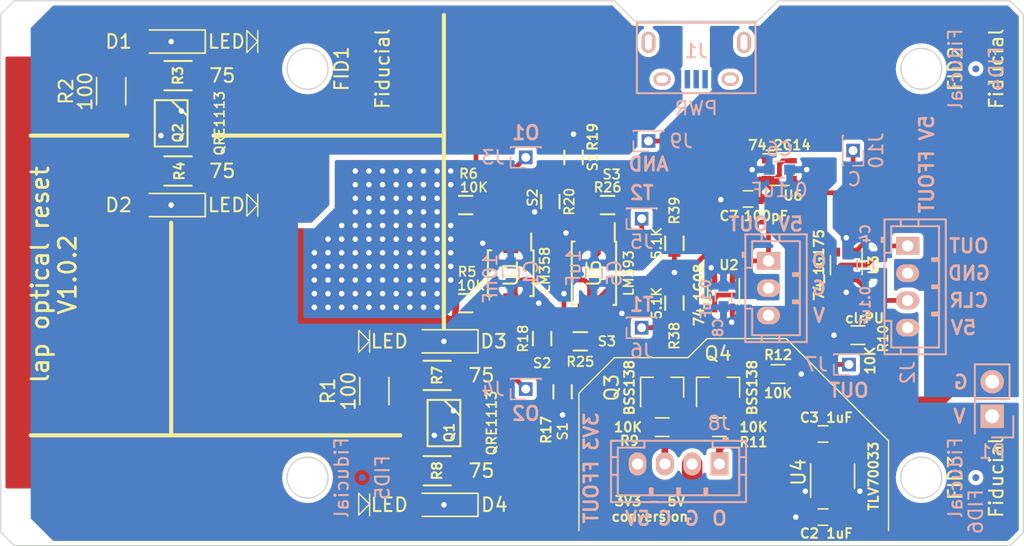
<source format=kicad_pcb>
(kicad_pcb (version 20171130) (host pcbnew 5.1.2)
  (layers (0 F.Cu signal) (31 B.Cu signal) (34 B.Paste user) (35 F.Paste user) (36 B.SilkS user) (37 F.SilkS user) (38 B.Mask user) (39 F.Mask user) (44 Edge.Cuts user))
  (net 0 "")
  (net 1 GND)
  (net 2 VCC)
  (net 3 "Net-(J1-Pad6)")
  (net 4 "Net-(Q1-Pad2)")
  (net 5 "Net-(Q1-Pad4)")
  (net 6 "Net-(Q2-Pad2)")
  (net 7 "Net-(Q2-Pad4)")
  (net 8 "Net-(R17-Pad2)")
  (net 9 "Net-(R19-Pad2)")
  (net 10 "Net-(J3-Pad1)")
  (net 11 "Net-(J5-Pad1)")
  (net 12 "Net-(J6-Pad1)")
  (net 13 "Net-(J4-Pad1)")
  (net 14 VDD)
  (net 15 "Net-(J8-Pad3)")
  (net 16 "Net-(J2-Pad3)")
  (net 17 "Net-(D1-Pad1)")
  (net 18 "Net-(D2-Pad1)")
  (net 19 "Net-(D3-Pad1)")
  (net 20 "Net-(D4-Pad1)")
  (net 21 "Net-(J2-Pad1)")
  (net 22 "Net-(J8-Pad1)")
  (net 23 "Net-(C7-Pad1)")
  (net 24 "Net-(J10-Pad1)")
  (net 25 "Net-(J11-Pad1)")
  (module Fiducials:Fiducial_0.5mm_Dia_1mm_Outer (layer B.Cu) (at 168 115.5 90)
    (fp_text reference FID6 (at -2.5 0 90) (layer B.SilkS) (effects (justify mirror)))
    (fp_text value Fiducial (at 0 -1.5 90) (layer B.SilkS) (effects (justify mirror)))
    (pad ~ smd circle (at 0 0 90) (size 0.5 0.5) (layers B.Cu B.Mask) (clearance 0.25))
  )
  (module Fiducials:Fiducial_0.5mm_Dia_1mm_Outer (layer B.Cu) (at 123 115.5 90)
    (fp_text reference FID5 (at 0 1.5 90) (layer B.SilkS) (effects (justify mirror)))
    (fp_text value Fiducial (at 0 -1.5 90) (layer B.SilkS) (effects (justify mirror)))
    (pad ~ smd circle (at 0 0 90) (size 0.5 0.5) (layers B.Cu B.Mask) (clearance 0.25))
  )
  (module Fiducials:Fiducial_0.5mm_Dia_1mm_Outer (layer B.Cu) (at 168 85.5 90)
    (fp_text reference FID4 (at 0 1.5 90) (layer B.SilkS) (effects (justify mirror)))
    (fp_text value Fiducial (at 0 -1.5 90) (layer B.SilkS) (effects (justify mirror)))
    (pad ~ smd circle (at 0 0 90) (size 0.5 0.5) (layers B.Cu B.Mask) (clearance 0.25))
  )
  (module Fiducials:Fiducial_0.5mm_Dia_1mm_Outer (layer F.Cu) (at 168 115.5 90)
    (fp_text reference FID3 (at 0 -1.5 90) (layer F.SilkS))
    (fp_text value Fiducial (at 0 1.5 90) (layer F.SilkS))
    (pad ~ smd circle (at 0 0 90) (size 0.5 0.5) (layers F.Cu F.Mask) (clearance 0.25))
  )
  (module Fiducials:Fiducial_0.5mm_Dia_1mm_Outer (layer F.Cu) (at 168 85.5 90)
    (fp_text reference FID2 (at 0 -1.5 90) (layer F.SilkS))
    (fp_text value Fiducial (at 0 1.5 90) (layer F.SilkS))
    (pad ~ smd circle (at 0 0 90) (size 0.5 0.5) (layers F.Cu F.Mask) (clearance 0.25))
  )
  (module Fiducials:Fiducial_0.5mm_Dia_1mm_Outer (layer F.Cu) (at 123 85.5 90)
    (fp_text reference FID1 (at 0 -1.5 90) (layer F.SilkS))
    (fp_text value Fiducial (at 0 1.5 90) (layer F.SilkS))
    (pad ~ smd circle (at 0 0 90) (size 0.5 0.5) (layers F.Cu F.Mask) (clearance 0.25))
  )
  (module Connect:USB_Micro-B (layer B.Cu) (at 147.5 84.7)
    (fp_text reference J1 (at 0 -0.5) (layer B.SilkS) (effects (justify mirror)))
    (fp_text value PWR (at 0 3.7) (layer B.SilkS) (effects (justify mirror)))
    (pad 1 smd rect (at -1.3009 1.56254 270) (size 1.35 0.4) (layers B.Cu B.Paste B.Mask) (net 2 VCC))
    (pad 2 smd rect (at -0.6509 1.56254 270) (size 1.35 0.4) (layers B.Cu B.Paste B.Mask))
    (pad 3 smd rect (at -0.0009 1.56254 270) (size 1.35 0.4) (layers B.Cu B.Paste B.Mask))
    (pad 4 smd rect (at 0.6491 1.56254 270) (size 1.35 0.4) (layers B.Cu B.Paste B.Mask))
    (pad 5 smd rect (at 1.2991 1.56254 270) (size 1.35 0.4) (layers B.Cu B.Paste B.Mask) (net 1 GND))
    (pad 6 thru_hole oval (at -2.5009 1.56254 270) (size 0.95 1.25) (drill oval 0.55 0.85) (layers *.Cu *.Mask B.SilkS) (net 3 "Net-(J1-Pad6)"))
    (pad 6 thru_hole oval (at 2.4991 1.56254 270) (size 0.95 1.25) (drill oval 0.55 0.85) (layers *.Cu *.Mask B.SilkS) (net 3 "Net-(J1-Pad6)"))
    (pad 6 thru_hole oval (at -3.5009 -1.13746 270) (size 1.55 1) (drill oval 1.15 0.5) (layers *.Cu *.Mask B.SilkS) (net 3 "Net-(J1-Pad6)"))
    (pad 6 thru_hole oval (at 3.4991 -1.13746 270) (size 1.55 1) (drill oval 1.15 0.5) (layers *.Cu *.Mask B.SilkS) (net 3 "Net-(J1-Pad6)"))
  )
  (module LEDs:LED_1206 (layer F.Cu) (at 109 83.5 180)
    (fp_text reference D1 (at 3.85 0 180) (layer F.SilkS))
    (fp_text value LED (at -4.05 0 180) (layer F.SilkS))
    (pad 2 smd rect (at 1.65 0) (size 1.5 1.5) (layers F.Cu F.Paste F.Mask) (net 2 VCC))
    (pad 1 smd rect (at -1.65 0) (size 1.5 1.5) (layers F.Cu F.Paste F.Mask) (net 17 "Net-(D1-Pad1)"))
  )
  (module LEDs:LED_1206 (layer F.Cu) (at 109 95.5 180)
    (fp_text reference D2 (at 3.85 0 180) (layer F.SilkS))
    (fp_text value LED (at -4.05 0 180) (layer F.SilkS))
    (pad 2 smd rect (at 1.65 0) (size 1.5 1.5) (layers F.Cu F.Paste F.Mask) (net 2 VCC))
    (pad 1 smd rect (at -1.65 0) (size 1.5 1.5) (layers F.Cu F.Paste F.Mask) (net 18 "Net-(D2-Pad1)"))
  )
  (module LEDs:LED_1206 (layer F.Cu) (at 129 105.5 180)
    (fp_text reference D3 (at -3.65 0 180) (layer F.SilkS))
    (fp_text value LED (at 4 0 180) (layer F.SilkS))
    (pad 2 smd rect (at 1.65 0) (size 1.5 1.5) (layers F.Cu F.Paste F.Mask) (net 2 VCC))
    (pad 1 smd rect (at -1.65 0) (size 1.5 1.5) (layers F.Cu F.Paste F.Mask) (net 19 "Net-(D3-Pad1)"))
  )
  (module LEDs:LED_1206 (layer F.Cu) (at 129 117.5 180)
    (fp_text reference D4 (at -3.7 0 180) (layer F.SilkS))
    (fp_text value LED (at 4 0 180) (layer F.SilkS))
    (pad 2 smd rect (at 1.65 0) (size 1.5 1.5) (layers F.Cu F.Paste F.Mask) (net 2 VCC))
    (pad 1 smd rect (at -1.65 0) (size 1.5 1.5) (layers F.Cu F.Paste F.Mask) (net 20 "Net-(D4-Pad1)"))
  )
  (module Pin_Headers:Pin_Header_Straight_2x01 (layer B.Cu) (at 169.2 111 90)
    (fp_text reference P1 (at -2.6 0 180) (layer B.SilkS) (effects (justify mirror)))
    (fp_text value TESTPWR hide)
    (pad 1 thru_hole rect (at 0 0 90) (size 1.7272 1.7272) (drill 1.016) (layers *.Cu *.Mask B.SilkS) (net 2 VCC))
    (pad 2 thru_hole oval (at 2.54 0 90) (size 1.7272 1.7272) (drill 1.016) (layers *.Cu *.Mask B.SilkS) (net 1 GND))
  )
  (module additional_devices:QRE1113 (layer F.Cu) (at 129 111.5 270)
    (fp_text reference Q1 (at 0.7 -0.4 270) (layer F.SilkS) (effects (font (size 0.7 0.7))))
    (fp_text value QRE1113 (at 0 -3.5 90) (layer F.SilkS) (effects (font (size 0.7 0.7) (thickness 0.13))))
    (pad 1 smd rect (at -0.9 -2.1 270) (size 0.6 1) (layers F.Cu F.Paste F.Mask) (net 2 VCC))
    (pad 2 smd rect (at -0.9 2.1 270) (size 0.6 1) (layers F.Cu F.Paste F.Mask) (net 4 "Net-(Q1-Pad2)"))
    (pad 3 smd rect (at 0.9 2.1 270) (size 0.6 1) (layers F.Cu F.Paste F.Mask) (net 2 VCC))
    (pad 4 smd rect (at 0.9 -2.1 270) (size 0.6 1) (layers F.Cu F.Paste F.Mask) (net 5 "Net-(Q1-Pad4)"))
  )
  (module additional_devices:QRE1113 (layer F.Cu) (at 109 89.5 270)
    (fp_text reference Q2 (at 0.7 -0.5 270) (layer F.SilkS) (effects (font (size 0.7 0.7))))
    (fp_text value QRE1113 (at 0 -3.55 90) (layer F.SilkS) (effects (font (size 0.7 0.7) (thickness 0.13))))
    (pad 1 smd rect (at -0.9 -2.1 270) (size 0.6 1) (layers F.Cu F.Paste F.Mask) (net 2 VCC))
    (pad 2 smd rect (at -0.9 2.1 270) (size 0.6 1) (layers F.Cu F.Paste F.Mask) (net 6 "Net-(Q2-Pad2)"))
    (pad 3 smd rect (at 0.9 2.1 270) (size 0.6 1) (layers F.Cu F.Paste F.Mask) (net 2 VCC))
    (pad 4 smd rect (at 0.9 -2.1 270) (size 0.6 1) (layers F.Cu F.Paste F.Mask) (net 7 "Net-(Q2-Pad4)"))
  )
  (module Resistors_SMD:R_1206 (layer F.Cu) (at 109.5 86)
    (fp_text reference R3 (at 0 0 90) (layer F.SilkS) (effects (font (size 0.7 0.7))))
    (fp_text value 75 (at 3.25 0) (layer F.SilkS))
    (pad 1 smd rect (at -1.45 0) (size 0.9 1.7) (layers F.Cu F.Paste F.Mask) (net 1 GND))
    (pad 2 smd rect (at 1.45 0) (size 0.9 1.7) (layers F.Cu F.Paste F.Mask) (net 17 "Net-(D1-Pad1)"))
  )
  (module Resistors_SMD:R_1206 (layer F.Cu) (at 109.5 93)
    (fp_text reference R4 (at 0.1 0 90) (layer F.SilkS) (effects (font (size 0.7 0.7))))
    (fp_text value 75 (at 3.25 0) (layer F.SilkS))
    (pad 1 smd rect (at -1.45 0) (size 0.9 1.7) (layers F.Cu F.Paste F.Mask) (net 1 GND))
    (pad 2 smd rect (at 1.45 0) (size 0.9 1.7) (layers F.Cu F.Paste F.Mask) (net 18 "Net-(D2-Pad1)"))
  )
  (module Resistors_SMD:R_0603 (layer F.Cu) (at 130.6 102.7 180)
    (fp_text reference R5 (at -0.1 2.3 180) (layer F.SilkS) (effects (font (size 0.7 0.7) (thickness 0.13))))
    (fp_text value 10K (at -0.4 1.3 180) (layer F.SilkS) (effects (font (size 0.7 0.7) (thickness 0.13))))
    (pad 1 smd rect (at -0.75 0 180) (size 0.5 0.9) (layers F.Cu F.Paste F.Mask) (net 5 "Net-(Q1-Pad4)"))
    (pad 2 smd rect (at 0.75 0 180) (size 0.5 0.9) (layers F.Cu F.Paste F.Mask) (net 1 GND))
  )
  (module Resistors_SMD:R_0603 (layer F.Cu) (at 130.6 95.5 180)
    (fp_text reference R6 (at -0.2 2.3 180) (layer F.SilkS) (effects (font (size 0.7 0.7) (thickness 0.13))))
    (fp_text value 10K (at -0.6 1.3 180) (layer F.SilkS) (effects (font (size 0.7 0.7) (thickness 0.13))))
    (pad 1 smd rect (at -0.75 0 180) (size 0.5 0.9) (layers F.Cu F.Paste F.Mask) (net 7 "Net-(Q2-Pad4)"))
    (pad 2 smd rect (at 0.75 0 180) (size 0.5 0.9) (layers F.Cu F.Paste F.Mask) (net 1 GND))
  )
  (module Resistors_SMD:R_1206 (layer F.Cu) (at 128.5 108)
    (fp_text reference R7 (at 0 0 90) (layer F.SilkS) (effects (font (size 0.7 0.7))))
    (fp_text value 75 (at 3.25 0) (layer F.SilkS))
    (pad 1 smd rect (at -1.45 0) (size 0.9 1.7) (layers F.Cu F.Paste F.Mask) (net 1 GND))
    (pad 2 smd rect (at 1.45 0) (size 0.9 1.7) (layers F.Cu F.Paste F.Mask) (net 19 "Net-(D3-Pad1)"))
  )
  (module Resistors_SMD:R_1206 (layer F.Cu) (at 128.5 115)
    (fp_text reference R8 (at 0 0 90) (layer F.SilkS) (effects (font (size 0.7 0.7))))
    (fp_text value 75 (at 3.25 0) (layer F.SilkS))
    (pad 1 smd rect (at -1.45 0) (size 0.9 1.7) (layers F.Cu F.Paste F.Mask) (net 1 GND))
    (pad 2 smd rect (at 1.45 0) (size 0.9 1.7) (layers F.Cu F.Paste F.Mask) (net 20 "Net-(D4-Pad1)"))
  )
  (module Resistors_SMD:R_0603 (layer F.Cu) (at 137.7 109.2 90)
    (fp_text reference R17 (at -2.8 -1.2 90) (layer F.SilkS) (effects (font (size 0.7 0.7))))
    (fp_text value S1 (at -2.9 0 90) (layer F.SilkS) (effects (font (size 0.7 0.7) (thickness 0.13))))
    (pad 1 smd rect (at -0.75 0 90) (size 0.5 0.9) (layers F.Cu F.Paste F.Mask) (net 2 VCC))
    (pad 2 smd rect (at 0.75 0 90) (size 0.5 0.9) (layers F.Cu F.Paste F.Mask) (net 8 "Net-(R17-Pad2)"))
  )
  (module Resistors_SMD:R_0603 (layer F.Cu) (at 136.2 105.3 90)
    (fp_text reference R18 (at 0 -1.4 90) (layer F.SilkS) (effects (font (size 0.7 0.7) (thickness 0.13))))
    (fp_text value S2 (at -1.8 0 180) (layer F.SilkS) (effects (font (size 0.7 0.7) (thickness 0.13))))
    (pad 1 smd rect (at -0.75 0 90) (size 0.5 0.9) (layers F.Cu F.Paste F.Mask) (net 8 "Net-(R17-Pad2)"))
    (pad 2 smd rect (at 0.75 0 90) (size 0.5 0.9) (layers F.Cu F.Paste F.Mask) (net 1 GND))
  )
  (module Resistors_SMD:R_0603 (layer F.Cu) (at 138.5 92 270)
    (fp_text reference R19 (at -1.5 -1.4 270) (layer F.SilkS) (effects (font (size 0.7 0.7))))
    (fp_text value S1 (at 0.35 -1.4 270) (layer F.SilkS) (effects (font (size 0.7 0.7) (thickness 0.13))))
    (pad 1 smd rect (at -0.75 0 270) (size 0.5 0.9) (layers F.Cu F.Paste F.Mask) (net 2 VCC))
    (pad 2 smd rect (at 0.75 0 270) (size 0.5 0.9) (layers F.Cu F.Paste F.Mask) (net 9 "Net-(R19-Pad2)"))
  )
  (module Resistors_SMD:R_0603 (layer F.Cu) (at 136.8 95.25 270)
    (fp_text reference R20 (at 0 -1.4 270) (layer F.SilkS) (effects (font (size 0.7 0.7) (thickness 0.13))))
    (fp_text value S2 (at -0.3 1.3 270) (layer F.SilkS) (effects (font (size 0.7 0.7) (thickness 0.13))))
    (pad 1 smd rect (at -0.75 0 270) (size 0.5 0.9) (layers F.Cu F.Paste F.Mask) (net 9 "Net-(R19-Pad2)"))
    (pad 2 smd rect (at 0.75 0 270) (size 0.5 0.9) (layers F.Cu F.Paste F.Mask) (net 1 GND))
  )
  (module Resistors_SMD:R_0603 (layer F.Cu) (at 139 105.5)
    (fp_text reference R25 (at 0 1.5) (layer F.SilkS) (effects (font (size 0.7 0.7) (thickness 0.13))))
    (fp_text value S3 (at 1.95 0) (layer F.SilkS) (effects (font (size 0.7 0.7) (thickness 0.13))))
    (pad 1 smd rect (at -0.75 0) (size 0.5 0.9) (layers F.Cu F.Paste F.Mask) (net 8 "Net-(R17-Pad2)"))
    (pad 2 smd rect (at 0.75 0) (size 0.5 0.9) (layers F.Cu F.Paste F.Mask) (net 12 "Net-(J6-Pad1)"))
  )
  (module Resistors_SMD:R_0603 (layer F.Cu) (at 141 95.5)
    (fp_text reference R26 (at 0 -1.3 180) (layer F.SilkS) (effects (font (size 0.7 0.7) (thickness 0.13))))
    (fp_text value S3 (at 0.3 -2.25) (layer F.SilkS) (effects (font (size 0.7 0.7) (thickness 0.13))))
    (pad 1 smd rect (at -0.75 0) (size 0.5 0.9) (layers F.Cu F.Paste F.Mask) (net 9 "Net-(R19-Pad2)"))
    (pad 2 smd rect (at 0.75 0) (size 0.5 0.9) (layers F.Cu F.Paste F.Mask) (net 11 "Net-(J5-Pad1)"))
  )
  (module Resistors_SMD:R_0603 (layer F.Cu) (at 145.9 102.7 90)
    (fp_text reference R38 (at -2.4 0 270) (layer F.SilkS) (effects (font (size 0.7 0.7) (thickness 0.13))))
    (fp_text value 5.1K (at 0 -1.3 90) (layer F.SilkS) (effects (font (size 0.7 0.7) (thickness 0.13))))
    (pad 1 smd rect (at -0.75 0 90) (size 0.5 0.9) (layers F.Cu F.Paste F.Mask) (net 12 "Net-(J6-Pad1)"))
    (pad 2 smd rect (at 0.75 0 90) (size 0.5 0.9) (layers F.Cu F.Paste F.Mask) (net 2 VCC))
  )
  (module Resistors_SMD:R_0603 (layer F.Cu) (at 145.9 98.3 270)
    (fp_text reference R39 (at -2.4 0 270) (layer F.SilkS) (effects (font (size 0.7 0.7) (thickness 0.13))))
    (fp_text value 5.1K (at 0 1.3 270) (layer F.SilkS) (effects (font (size 0.7 0.7) (thickness 0.13))))
    (pad 1 smd rect (at -0.75 0 270) (size 0.5 0.9) (layers F.Cu F.Paste F.Mask) (net 11 "Net-(J5-Pad1)"))
    (pad 2 smd rect (at 0.75 0 270) (size 0.5 0.9) (layers F.Cu F.Paste F.Mask) (net 2 VCC))
  )
  (module Housings_SSOP:MSOP-8_3x3mm_Pitch0.65mm (layer F.Cu) (at 133.9 100.5 270)
    (fp_text reference U1 (at 0 0 270) (layer F.SilkS))
    (fp_text value LM358 (at -0.25 -2.5 270) (layer F.SilkS) (effects (font (size 0.7 0.7) (thickness 0.13))))
    (pad 1 smd rect (at -2.2 -0.975 270) (size 1.45 0.45) (layers F.Cu F.Paste F.Mask) (net 10 "Net-(J3-Pad1)"))
    (pad 2 smd rect (at -2.2 -0.325 270) (size 1.45 0.45) (layers F.Cu F.Paste F.Mask) (net 10 "Net-(J3-Pad1)"))
    (pad 3 smd rect (at -2.2 0.325 270) (size 1.45 0.45) (layers F.Cu F.Paste F.Mask) (net 7 "Net-(Q2-Pad4)"))
    (pad 4 smd rect (at -2.2 0.975 270) (size 1.45 0.45) (layers F.Cu F.Paste F.Mask) (net 1 GND))
    (pad 5 smd rect (at 2.2 0.975 270) (size 1.45 0.45) (layers F.Cu F.Paste F.Mask) (net 5 "Net-(Q1-Pad4)"))
    (pad 6 smd rect (at 2.2 0.325 270) (size 1.45 0.45) (layers F.Cu F.Paste F.Mask) (net 13 "Net-(J4-Pad1)"))
    (pad 7 smd rect (at 2.2 -0.325 270) (size 1.45 0.45) (layers F.Cu F.Paste F.Mask) (net 13 "Net-(J4-Pad1)"))
    (pad 8 smd rect (at 2.2 -0.975 270) (size 1.45 0.45) (layers F.Cu F.Paste F.Mask) (net 2 VCC))
  )
  (module Housings_SSOP:TSSOP-8_4.4x3mm_Pitch0.65mm (layer F.Cu) (at 140 100.5 270)
    (fp_text reference U5 (at 0 0 270) (layer F.SilkS))
    (fp_text value LM393 (at 0 -2.55 270) (layer F.SilkS) (effects (font (size 0.7 0.7) (thickness 0.13))))
    (pad 1 smd rect (at -2.95 -0.975 270) (size 1.45 0.45) (layers F.Cu F.Paste F.Mask) (net 11 "Net-(J5-Pad1)"))
    (pad 2 smd rect (at -2.95 -0.325 270) (size 1.45 0.45) (layers F.Cu F.Paste F.Mask) (net 10 "Net-(J3-Pad1)"))
    (pad 3 smd rect (at -2.95 0.325 270) (size 1.45 0.45) (layers F.Cu F.Paste F.Mask) (net 9 "Net-(R19-Pad2)"))
    (pad 4 smd rect (at -2.95 0.975 270) (size 1.45 0.45) (layers F.Cu F.Paste F.Mask) (net 1 GND))
    (pad 5 smd rect (at 2.95 0.975 270) (size 1.45 0.45) (layers F.Cu F.Paste F.Mask) (net 8 "Net-(R17-Pad2)"))
    (pad 6 smd rect (at 2.95 0.325 270) (size 1.45 0.45) (layers F.Cu F.Paste F.Mask) (net 13 "Net-(J4-Pad1)"))
    (pad 7 smd rect (at 2.95 -0.325 270) (size 1.45 0.45) (layers F.Cu F.Paste F.Mask) (net 12 "Net-(J6-Pad1)"))
    (pad 8 smd rect (at 2.95 -0.975 270) (size 1.45 0.45) (layers F.Cu F.Paste F.Mask) (net 2 VCC))
  )
  (module Pin_Headers:Pin_Header_Straight_1x01_Pitch1.27mm (layer B.Cu) (at 135 92)
    (fp_text reference J3 (at -2.4 0) (layer B.SilkS) (effects (justify mirror)))
    (fp_text value O1 (at 0 -1.8) (layer B.SilkS) (effects (font (thickness 0.2)) (justify mirror)))
    (pad 1 thru_hole rect (at 0 0) (size 1 1) (drill 0.65) (layers *.Cu *.Mask) (net 10 "Net-(J3-Pad1)"))
  )
  (module Pin_Headers:Pin_Header_Straight_1x01_Pitch1.27mm (layer B.Cu) (at 135 109)
    (fp_text reference J4 (at -2.4 0) (layer B.SilkS) (effects (justify mirror)))
    (fp_text value O2 (at 0 1.8) (layer B.SilkS) (effects (font (thickness 0.2)) (justify mirror)))
    (pad 1 thru_hole rect (at 0 0) (size 1 1) (drill 0.65) (layers *.Cu *.Mask) (net 13 "Net-(J4-Pad1)"))
  )
  (module Pin_Headers:Pin_Header_Straight_1x01_Pitch1.27mm (layer B.Cu) (at 143.5 96.5)
    (fp_text reference J5 (at 0 1.695) (layer B.SilkS) (effects (justify mirror)))
    (fp_text value T2 (at 0 -1.9) (layer B.SilkS) (effects (font (thickness 0.2)) (justify mirror)))
    (pad 1 thru_hole rect (at 0 0) (size 1 1) (drill 0.65) (layers *.Cu *.Mask) (net 11 "Net-(J5-Pad1)"))
  )
  (module Pin_Headers:Pin_Header_Straight_1x01_Pitch1.27mm (layer B.Cu) (at 143.5 104.5)
    (fp_text reference J6 (at 0 1.695) (layer B.SilkS) (effects (justify mirror)))
    (fp_text value T1 (at 0 -1.7) (layer B.SilkS) (effects (font (thickness 0.2)) (justify mirror)))
    (pad 1 thru_hole rect (at 0 0) (size 1 1) (drill 0.65) (layers *.Cu *.Mask) (net 12 "Net-(J6-Pad1)"))
  )
  (module Pin_Headers:Pin_Header_Straight_1x01_Pitch1.27mm (layer B.Cu) (at 158.7 107.2)
    (fp_text reference J7 (at -2.4 0) (layer B.SilkS) (effects (justify mirror)))
    (fp_text value FFO hide)
    (pad 1 thru_hole rect (at 0 0) (size 1 1) (drill 0.65) (layers *.Cu *.Mask) (net 21 "Net-(J2-Pad1)"))
  )
  (module TO_SOT_Packages_SMD:SOT-23 (layer F.Cu) (at 145 108.9 90)
    (fp_text reference Q3 (at 0 -3.7 90) (layer F.SilkS))
    (fp_text value BSS138 (at 0 -2.4 270) (layer F.SilkS) (effects (font (size 0.7 0.7))))
    (pad 1 smd rect (at -1 -0.95 90) (size 0.9 0.8) (layers F.Cu F.Paste F.Mask) (net 14 VDD))
    (pad 2 smd rect (at -1 0.95 90) (size 0.9 0.8) (layers F.Cu F.Paste F.Mask) (net 15 "Net-(J8-Pad3)"))
    (pad 3 smd rect (at 1 0 90) (size 0.9 0.8) (layers F.Cu F.Paste F.Mask) (net 16 "Net-(J2-Pad3)"))
  )
  (module TO_SOT_Packages_SMD:SOT-23 (layer F.Cu) (at 149.1 108.9 90)
    (fp_text reference Q4 (at 2.5 0 180) (layer F.SilkS))
    (fp_text value BSS138 (at 0 2.5 90) (layer F.SilkS) (effects (font (size 0.7 0.7))))
    (pad 1 smd rect (at -1 -0.95 90) (size 0.9 0.8) (layers F.Cu F.Paste F.Mask) (net 14 VDD))
    (pad 2 smd rect (at -1 0.95 90) (size 0.9 0.8) (layers F.Cu F.Paste F.Mask) (net 22 "Net-(J8-Pad1)"))
    (pad 3 smd rect (at 1 0 90) (size 0.9 0.8) (layers F.Cu F.Paste F.Mask) (net 21 "Net-(J2-Pad1)"))
  )
  (module Resistors_SMD:R_0603 (layer F.Cu) (at 145 111.8)
    (fp_text reference R9 (at -2.4 1) (layer F.SilkS) (effects (font (size 0.7 0.7))))
    (fp_text value 10K (at -2.5 0) (layer F.SilkS) (effects (font (size 0.7 0.7))))
    (pad 1 smd rect (at -0.75 0) (size 0.5 0.9) (layers F.Cu F.Paste F.Mask) (net 14 VDD))
    (pad 2 smd rect (at 0.75 0) (size 0.5 0.9) (layers F.Cu F.Paste F.Mask) (net 15 "Net-(J8-Pad3)"))
  )
  (module Resistors_SMD:R_0603 (layer F.Cu) (at 159.35 105.05 180)
    (fp_text reference R10 (at -1.85 -0.25 270) (layer F.SilkS) (effects (font (size 0.7 0.7) (thickness 0.13))))
    (fp_text value 10K (at -0.9 -1.85 90) (layer F.SilkS) (effects (font (size 0.7 0.7))))
    (pad 1 smd rect (at -0.75 0 180) (size 0.5 0.9) (layers F.Cu F.Paste F.Mask) (net 16 "Net-(J2-Pad3)"))
    (pad 2 smd rect (at 0.75 0 180) (size 0.5 0.9) (layers F.Cu F.Paste F.Mask) (net 2 VCC))
  )
  (module Resistors_SMD:R_0603 (layer F.Cu) (at 149.2 111.8)
    (fp_text reference R11 (at 2.5 1.1) (layer F.SilkS) (effects (font (size 0.7 0.7))))
    (fp_text value 10K (at 2.5 0) (layer F.SilkS) (effects (font (size 0.7 0.7))))
    (pad 1 smd rect (at -0.75 0) (size 0.5 0.9) (layers F.Cu F.Paste F.Mask) (net 14 VDD))
    (pad 2 smd rect (at 0.75 0) (size 0.5 0.9) (layers F.Cu F.Paste F.Mask) (net 22 "Net-(J8-Pad1)"))
  )
  (module Resistors_SMD:R_0603 (layer F.Cu) (at 153.5 107.9)
    (fp_text reference R12 (at 0 -1.4 180) (layer F.SilkS) (effects (font (size 0.7 0.7))))
    (fp_text value 10K (at 0 1.4) (layer F.SilkS) (effects (font (size 0.7 0.7))))
    (pad 1 smd rect (at -0.75 0) (size 0.5 0.9) (layers F.Cu F.Paste F.Mask) (net 21 "Net-(J2-Pad1)"))
    (pad 2 smd rect (at 0.75 0) (size 0.5 0.9) (layers F.Cu F.Paste F.Mask) (net 2 VCC))
  )
  (module TO_SOT_Packages_SMD:SOT-23-5 (layer F.Cu) (at 157.5 115.4 90)
    (fp_text reference U4 (at 0.3 -2.5 90) (layer F.SilkS))
    (fp_text value TLV70033 (at 0 3 90) (layer F.SilkS) (effects (font (size 0.7 0.7))))
    (pad 1 smd rect (at -1.1 -0.95 90) (size 1.06 0.65) (layers F.Cu F.Paste F.Mask) (net 2 VCC))
    (pad 2 smd rect (at -1.1 0 90) (size 1.06 0.65) (layers F.Cu F.Paste F.Mask) (net 1 GND))
    (pad 3 smd rect (at -1.1 0.95 90) (size 1.06 0.65) (layers F.Cu F.Paste F.Mask) (net 2 VCC))
    (pad 4 smd rect (at 1.1 0.95 90) (size 1.06 0.65) (layers F.Cu F.Paste F.Mask))
    (pad 5 smd rect (at 1.1 -0.95 90) (size 1.06 0.65) (layers F.Cu F.Paste F.Mask) (net 14 VDD))
  )
  (module Pin_Headers:Pin_Header_Straight_1x01_Pitch1.27mm (layer B.Cu) (at 144 90.8)
    (fp_text reference J9 (at 2.4 0) (layer B.SilkS) (effects (justify mirror)))
    (fp_text value AO hide)
    (pad 1 thru_hole rect (at 0 0) (size 1 1) (drill 0.65) (layers *.Cu *.Mask) (net 25 "Net-(J11-Pad1)"))
  )
  (module Pin_Headers:Pin_Header_Straight_1x01_Pitch1.27mm (layer B.Cu) (at 159 91.5 90)
    (fp_text reference J10 (at 0 1.695 90) (layer B.SilkS) (effects (justify mirror)))
    (fp_text value C (at -2.1 0.1 180) (layer B.SilkS) (effects (justify mirror)))
    (pad 1 thru_hole rect (at 0 0 90) (size 1 1) (drill 0.65) (layers *.Cu *.Mask) (net 24 "Net-(J10-Pad1)"))
  )
  (module additional_connectors:Connectors_JST_B4B-PH-K (layer B.Cu) (at 163 98.5 270)
    (fp_text reference J2 (at 9.3 0 270) (layer B.SilkS) (effects (justify mirror)))
    (fp_text value "5V FFOUT" (at -6 -1.4 270) (layer B.SilkS) (effects (font (thickness 0.2)) (justify mirror)))
    (pad 1 thru_hole rect (at 0 0 270) (size 1.3 1.7) (drill 0.82) (layers *.Cu *.Mask B.SilkS) (net 21 "Net-(J2-Pad1)"))
    (pad 2 thru_hole oval (at 2 0 270) (size 1.3 1.7) (drill 0.82) (layers *.Cu *.Mask B.SilkS) (net 1 GND))
    (pad 3 thru_hole oval (at 4 0 270) (size 1.3 1.7) (drill 0.82) (layers *.Cu *.Mask B.SilkS) (net 16 "Net-(J2-Pad3)"))
    (pad 4 thru_hole oval (at 6 0 270) (size 1.3 1.7) (drill 0.82) (layers *.Cu *.Mask B.SilkS) (net 2 VCC))
  )
  (module additional_connectors:Connectors_JST_B4B-PH-K (layer B.Cu) (at 149.2 114.5 180)
    (fp_text reference J8 (at 0 3 180) (layer B.SilkS) (effects (justify mirror)))
    (fp_text value "3V3 FFOUT" (at 9.4 -0.3 270) (layer B.SilkS) (effects (font (thickness 0.2)) (justify mirror)))
    (pad 1 thru_hole rect (at 0 0 180) (size 1.3 1.7) (drill 0.82) (layers *.Cu *.Mask B.SilkS) (net 22 "Net-(J8-Pad1)"))
    (pad 2 thru_hole oval (at 2 0 180) (size 1.3 1.7) (drill 0.82) (layers *.Cu *.Mask B.SilkS) (net 1 GND))
    (pad 3 thru_hole oval (at 4 0 180) (size 1.3 1.7) (drill 0.82) (layers *.Cu *.Mask B.SilkS) (net 15 "Net-(J8-Pad3)"))
    (pad 4 thru_hole oval (at 6 0 180) (size 1.3 1.7) (drill 0.82) (layers *.Cu *.Mask B.SilkS) (net 2 VCC))
  )
  (module Resistors_SMD:R_1206 (layer F.Cu) (at 123.9 109.15 90)
    (fp_text reference R1 (at 0 -3.4 90) (layer F.SilkS))
    (fp_text value 100 (at 0 -1.9 90) (layer F.SilkS))
    (pad 1 smd rect (at -1.45 0 90) (size 0.9 1.7) (layers F.Cu F.Paste F.Mask) (net 4 "Net-(Q1-Pad2)"))
    (pad 2 smd rect (at 1.45 0 90) (size 0.9 1.7) (layers F.Cu F.Paste F.Mask) (net 1 GND))
  )
  (module Resistors_SMD:R_1206 (layer F.Cu) (at 104.6 87.15 90)
    (fp_text reference R2 (at 0 -3.3 90) (layer F.SilkS))
    (fp_text value 100 (at 0 -1.9 90) (layer F.SilkS))
    (pad 1 smd rect (at -1.45 0 90) (size 0.9 1.7) (layers F.Cu F.Paste F.Mask) (net 6 "Net-(Q2-Pad2)"))
    (pad 2 smd rect (at 1.45 0 90) (size 0.9 1.7) (layers F.Cu F.Paste F.Mask) (net 1 GND))
  )
  (module additional_connectors:Connectors_JST_B3B-PH-K (layer B.Cu) (at 152.8 99.6 270)
    (fp_text reference J11 hide)
    (fp_text value "5V OUT" (at -2.7 0.2) (layer B.SilkS) (effects (font (thickness 0.2)) (justify mirror)))
    (pad 1 thru_hole rect (at 0 0 270) (size 1.3 1.7) (drill 0.82) (layers *.Cu *.Mask B.SilkS) (net 25 "Net-(J11-Pad1)"))
    (pad 2 thru_hole oval (at 2 0 270) (size 1.3 1.7) (drill 0.82) (layers *.Cu *.Mask B.SilkS) (net 1 GND))
    (pad 3 thru_hole oval (at 4 0 270) (size 1.3 1.7) (drill 0.82) (layers *.Cu *.Mask B.SilkS) (net 2 VCC))
  )
  (module Capacitors_SMD:C_0603 (layer B.Cu) (at 133.9 100.5 90)
    (fp_text reference C1 (at 0 1.5 90) (layer B.SilkS) (effects (justify mirror)))
    (fp_text value 10nF (at -0.4 -1.5 90) (layer B.SilkS) (effects (justify mirror)))
    (pad 2 smd rect (at 0.75 0 90) (size 0.8 0.75) (layers B.Cu B.Paste B.Mask) (net 1 GND))
    (pad 1 smd rect (at -0.75 0 90) (size 0.8 0.75) (layers B.Cu B.Paste B.Mask) (net 2 VCC))
  )
  (module Capacitors_SMD:C_0603 (layer F.Cu) (at 156.8 118.4)
    (fp_text reference C2 (at -1 1.2) (layer F.SilkS) (effects (font (size 0.7 0.7))))
    (fp_text value 1uF (at 1.2 1.2) (layer F.SilkS) (effects (font (size 0.7 0.7))))
    (pad 2 smd rect (at 0.75 0) (size 0.8 0.75) (layers F.Cu F.Paste F.Mask) (net 1 GND))
    (pad 1 smd rect (at -0.75 0) (size 0.8 0.75) (layers F.Cu F.Paste F.Mask) (net 2 VCC))
  )
  (module Capacitors_SMD:C_0603 (layer F.Cu) (at 156.8 112.3)
    (fp_text reference C3 (at -1 -1.2) (layer F.SilkS) (effects (font (size 0.7 0.7))))
    (fp_text value 1uF (at 1.2 -1.2) (layer F.SilkS) (effects (font (size 0.7 0.7))))
    (pad 2 smd rect (at 0.75 0) (size 0.8 0.75) (layers F.Cu F.Paste F.Mask) (net 1 GND))
    (pad 1 smd rect (at -0.75 0) (size 0.8 0.75) (layers F.Cu F.Paste F.Mask) (net 14 VDD))
  )
  (module Capacitors_SMD:C_0603 (layer B.Cu) (at 159.9 99.9 90)
    (fp_text reference C4 (at 2.3 0 90) (layer B.SilkS) (effects (font (size 0.7 0.7)) (justify mirror)))
    (fp_text value 0.1uF (at -3 0 90) (layer B.SilkS) (effects (font (size 0.7 0.7)) (justify mirror)))
    (pad 2 smd rect (at 0.75 0 90) (size 0.8 0.75) (layers B.Cu B.Paste B.Mask) (net 1 GND))
    (pad 1 smd rect (at -0.75 0 90) (size 0.8 0.75) (layers B.Cu B.Paste B.Mask) (net 2 VCC))
  )
  (module Capacitors_SMD:C_0603 (layer B.Cu) (at 140 100.5 90)
    (fp_text reference C5 (at 0 1.5 90) (layer B.SilkS) (effects (justify mirror)))
    (fp_text value 1uF (at 0.4 -1.5 90) (layer B.SilkS) (effects (justify mirror)))
    (pad 2 smd rect (at 0.75 0 90) (size 0.8 0.75) (layers B.Cu B.Paste B.Mask) (net 1 GND))
    (pad 1 smd rect (at -0.75 0 90) (size 0.8 0.75) (layers B.Cu B.Paste B.Mask) (net 2 VCC))
  )
  (module Capacitors_SMD:C_0603 (layer B.Cu) (at 153.6 92.9 180)
    (fp_text reference C6 (at 0 1.5 180) (layer B.SilkS) (effects (justify mirror)))
    (fp_text value 0.1uF (at 0 -1.5 180) (layer B.SilkS) (effects (justify mirror)))
    (pad 2 smd rect (at 0.75 0 180) (size 0.8 0.75) (layers B.Cu B.Paste B.Mask) (net 1 GND))
    (pad 1 smd rect (at -0.75 0 180) (size 0.8 0.75) (layers B.Cu B.Paste B.Mask) (net 2 VCC))
  )
  (module Capacitors_SMD:C_0603 (layer F.Cu) (at 151.3 95.05 180)
    (fp_text reference C7 (at 1.4 -1.25 180) (layer F.SilkS) (effects (font (size 0.7 0.7))))
    (fp_text value 100pF (at -1.3 -1.25 180) (layer F.SilkS) (effects (font (size 0.7 0.7))))
    (pad 2 smd rect (at 0.75 0 180) (size 0.8 0.75) (layers F.Cu F.Paste F.Mask) (net 1 GND))
    (pad 1 smd rect (at -0.75 0 180) (size 0.8 0.75) (layers F.Cu F.Paste F.Mask) (net 23 "Net-(C7-Pad1)"))
  )
  (module Capacitors_SMD:C_0603 (layer B.Cu) (at 149.5 102.2 90)
    (fp_text reference C8 (at -2.3 -0.4 90) (layer B.SilkS) (effects (font (size 0.7 0.7)) (justify mirror)))
    (fp_text value 0.1uF (at -0.2 -1.3 90) (layer B.SilkS) (effects (font (size 0.7 0.7)) (justify mirror)))
    (pad 2 smd rect (at 0.75 0 90) (size 0.8 0.75) (layers B.Cu B.Paste B.Mask) (net 1 GND))
    (pad 1 smd rect (at -0.75 0 90) (size 0.8 0.75) (layers B.Cu B.Paste B.Mask) (net 2 VCC))
  )
  (module TO_SOT_Packages_SMD:SOT-353_SC-70-5 (layer F.Cu) (at 149.5 102.1 270)
    (fp_text reference U2 (at -2.2 -0.4) (layer F.SilkS) (effects (font (size 0.7 0.7))))
    (fp_text value 74_1G08 (at 0 1.8 270) (layer F.SilkS) (effects (font (size 0.7 0.7))))
    (pad 1 smd rect (at -0.95 -0.65 270) (size 0.65 0.4) (layers F.Cu F.Paste F.Mask) (net 11 "Net-(J5-Pad1)"))
    (pad 3 smd rect (at -0.95 0.65 270) (size 0.65 0.4) (layers F.Cu F.Paste F.Mask) (net 1 GND))
    (pad 2 smd rect (at -0.95 0 270) (size 0.65 0.4) (layers F.Cu F.Paste F.Mask) (net 12 "Net-(J6-Pad1)"))
    (pad 4 smd rect (at 0.95 0.65 270) (size 0.65 0.4) (layers F.Cu F.Paste F.Mask) (net 25 "Net-(J11-Pad1)"))
    (pad 5 smd rect (at 0.95 -0.65 270) (size 0.65 0.4) (layers F.Cu F.Paste F.Mask) (net 2 VCC))
  )
  (module TO_SOT_Packages_SMD:SOT-363_SC-70-6 (layer F.Cu) (at 158.5 99.9 270)
    (fp_text reference U3 (at 0 -2 270) (layer F.SilkS) (effects (font (size 0.7 0.7))))
    (fp_text value 74_1G175 (at 0 2 270) (layer F.SilkS) (effects (font (size 0.7 0.7))))
    (pad 1 smd rect (at -0.95 -0.65 270) (size 0.65 0.4) (layers F.Cu F.Paste F.Mask) (net 24 "Net-(J10-Pad1)"))
    (pad 3 smd rect (at -0.95 0.65 270) (size 0.65 0.4) (layers F.Cu F.Paste F.Mask) (net 25 "Net-(J11-Pad1)"))
    (pad 5 smd rect (at 0.95 0 270) (size 0.65 0.4) (layers F.Cu F.Paste F.Mask) (net 2 VCC))
    (pad 2 smd rect (at -0.95 0 270) (size 0.65 0.4) (layers F.Cu F.Paste F.Mask) (net 1 GND))
    (pad 4 smd rect (at 0.95 0.65 270) (size 0.65 0.4) (layers F.Cu F.Paste F.Mask) (net 21 "Net-(J2-Pad1)"))
    (pad 6 smd rect (at 0.95 -0.65 270) (size 0.65 0.4) (layers F.Cu F.Paste F.Mask) (net 16 "Net-(J2-Pad3)"))
  )
  (module TO_SOT_Packages_SMD:SOT-363_SC-70-6 (layer F.Cu) (at 153.6 92.9)
    (fp_text reference U6 (at 1 1.9) (layer F.SilkS) (effects (font (size 0.7 0.7))))
    (fp_text value 74_2G14 (at 0 -1.8 180) (layer F.SilkS) (effects (font (size 0.7 0.7))))
    (pad 1 smd rect (at -0.95 -0.65) (size 0.65 0.4) (layers F.Cu F.Paste F.Mask) (net 25 "Net-(J11-Pad1)"))
    (pad 3 smd rect (at -0.95 0.65) (size 0.65 0.4) (layers F.Cu F.Paste F.Mask) (net 23 "Net-(C7-Pad1)"))
    (pad 5 smd rect (at 0.95 0) (size 0.65 0.4) (layers F.Cu F.Paste F.Mask) (net 2 VCC))
    (pad 2 smd rect (at -0.95 0) (size 0.65 0.4) (layers F.Cu F.Paste F.Mask) (net 1 GND))
    (pad 4 smd rect (at 0.95 0.65) (size 0.65 0.4) (layers F.Cu F.Paste F.Mask) (net 24 "Net-(J10-Pad1)"))
    (pad 6 smd rect (at 0.95 -0.65) (size 0.65 0.4) (layers F.Cu F.Paste F.Mask) (net 23 "Net-(C7-Pad1)"))
  )
  (gr_text O (at 156.5 99.6) (layer B.SilkS) (effects (font (size 1 1) (thickness 0.2)) (justify mirror)))
  (gr_text V (at 156.5 103.6) (layer B.SilkS) (effects (font (size 1 1) (thickness 0.2)) (justify mirror)))
  (gr_text G (at 156.5 101.6) (layer B.SilkS) (effects (font (size 1 1) (thickness 0.2)) (justify mirror)))
  (gr_line (start 109 112.4) (end 109 96.8) (angle 90) (layer F.SilkS) (width 0.3))
  (gr_line (start 125.8 112.4) (end 98.7 112.4) (angle 90) (layer F.SilkS) (width 0.3))
  (gr_line (start 112.1 90.4) (end 129 90.4) (angle 90) (layer F.SilkS) (width 0.3))
  (gr_line (start 105.8 90.4) (end 98.7 90.4) (angle 90) (layer F.SilkS) (width 0.3))
  (gr_line (start 129 104.5) (end 129 81.55) (angle 90) (layer F.SilkS) (width 0.3))
  (gr_line (start 154.1 105.3) (end 155.5 106.7) (angle 90) (layer F.SilkS) (width 0.1))
  (gr_line (start 153.6 105.3) (end 154.1 105.3) (angle 90) (layer F.SilkS) (width 0.1))
  (gr_line (start 150.1 105.3) (end 153.6 105.3) (angle 90) (layer F.SilkS) (width 0.1))
  (gr_line (start 148.3 105.3) (end 150.1 105.3) (angle 90) (layer F.SilkS) (width 0.1))
  (gr_line (start 146.9 106.7) (end 148.3 105.3) (angle 90) (layer F.SilkS) (width 0.1))
  (gr_line (start 141.5 106.7) (end 146.9 106.7) (angle 90) (layer F.SilkS) (width 0.1))
  (gr_text 5V (at 143.2 118.5) (layer B.SilkS) (effects (font (size 1 1) (thickness 0.2)) (justify mirror)))
  (gr_text 5V (at 167.1 104.5) (layer B.SilkS) (effects (font (size 1 1) (thickness 0.2)) (justify mirror)))
  (gr_line (start 96.5 81.5) (end 96.5 119.5) (angle 90) (layer Edge.Cuts) (width 0.1))
  (gr_line (start 171.5 119.5) (end 171.5 81.5) (angle 90) (layer Edge.Cuts) (width 0.1))
  (gr_line (start 97.5 120.5) (end 170.5 120.5) (angle 90) (layer Edge.Cuts) (width 0.1))
  (gr_line (start 97.5 80.5) (end 141.5 80.5) (angle 90) (layer Edge.Cuts) (width 0.1))
  (gr_line (start 96.5 119.5) (end 97.5 120.5) (angle 90) (layer Edge.Cuts) (width 0.1))
  (gr_line (start 96.5 81.5) (end 97.5 80.5) (angle 90) (layer Edge.Cuts) (width 0.1))
  (gr_line (start 161.6 112.8) (end 161.6 119.4) (angle 90) (layer F.SilkS) (width 0.1))
  (gr_line (start 155.5 106.7) (end 161.6 112.8) (angle 90) (layer F.SilkS) (width 0.1))
  (gr_text clrPU (at 159.85 103.8) (layer F.SilkS) (effects (font (size 0.7 0.7))))
  (gr_text "3V3 - 5V\nconversion" (at 144.1 117.8) (layer F.SilkS) (effects (font (size 0.7 0.7))))
  (gr_line (start 138.9 109.3) (end 141.5 106.7) (angle 90) (layer F.SilkS) (width 0.1))
  (gr_line (start 138.9 119.4) (end 138.9 109.3) (angle 90) (layer F.SilkS) (width 0.1))
  (gr_text "lap optical reset\nV1.0.2" (at 100.4 100.6 90) (layer F.SilkS) (effects (font (size 1.25 1.25) (thickness 0.2))))
  (gr_text AND (at 144 92.5) (layer B.SilkS) (effects (font (size 1 1) (thickness 0.2)) (justify mirror)))
  (gr_line (start 122.75 116.65) (end 122.75 118.25) (angle 90) (layer F.SilkS) (width 0.1))
  (gr_line (start 122.75 118.25) (end 123.55 117.45) (angle 90) (layer F.SilkS) (width 0.1))
  (gr_line (start 123.55 117.45) (end 122.75 116.65) (angle 90) (layer F.SilkS) (width 0.1))
  (gr_line (start 123.55 116.7) (end 123.55 118.3) (angle 90) (layer F.SilkS) (width 0.1))
  (gr_line (start 123.55 104.7) (end 123.55 106.3) (angle 90) (layer F.SilkS) (width 0.1))
  (gr_line (start 123.55 105.5) (end 122.75 104.7) (angle 90) (layer F.SilkS) (width 0.1))
  (gr_line (start 122.75 106.3) (end 123.55 105.5) (angle 90) (layer F.SilkS) (width 0.1))
  (gr_line (start 122.75 104.7) (end 122.75 106.3) (angle 90) (layer F.SilkS) (width 0.1))
  (gr_line (start 114.55 94.7) (end 114.55 96.3) (angle 90) (layer F.SilkS) (width 0.1))
  (gr_line (start 114.55 96.3) (end 115.35 95.5) (angle 90) (layer F.SilkS) (width 0.1))
  (gr_line (start 115.35 95.5) (end 114.55 94.7) (angle 90) (layer F.SilkS) (width 0.1))
  (gr_line (start 115.35 94.7) (end 115.35 96.3) (angle 90) (layer F.SilkS) (width 0.1))
  (gr_line (start 115.35 82.7) (end 115.35 84.3) (angle 90) (layer F.SilkS) (width 0.1))
  (gr_line (start 115.35 83.5) (end 114.55 82.7) (angle 90) (layer F.SilkS) (width 0.1))
  (gr_line (start 114.55 84.3) (end 115.35 83.5) (angle 90) (layer F.SilkS) (width 0.1))
  (gr_line (start 114.55 82.7) (end 114.55 84.3) (angle 90) (layer F.SilkS) (width 0.1))
  (gr_text O (at 149.2 118.5) (layer B.SilkS) (effects (font (size 1 1) (thickness 0.2)) (justify mirror)))
  (gr_text C (at 145.2 118.4 180) (layer B.SilkS) (effects (font (size 1 1) (thickness 0.2))))
  (gr_text G (at 147.2 118.5) (layer B.SilkS) (effects (font (size 1 1) (thickness 0.2)) (justify mirror)))
  (gr_circle (center 119 115.5) (end 120.5 115.5) (layer Edge.Cuts) (width 0.1))
  (gr_circle (center 119 85.5) (end 120.5 85.5) (layer Edge.Cuts) (width 0.1))
  (gr_circle (center 164 115.5) (end 165.5 115.5) (layer Edge.Cuts) (width 0.1))
  (gr_circle (center 164 85.5) (end 165.5 85.5) (layer Edge.Cuts) (width 0.1))
  (gr_line (start 171.5 119.5) (end 170.5 120.5) (angle 90) (layer Edge.Cuts) (width 0.1))
  (gr_line (start 141.5 80.5) (end 143 82) (angle 90) (layer Edge.Cuts) (width 0.1))
  (gr_line (start 153.5 80.5) (end 169 80.5) (angle 90) (layer Edge.Cuts) (width 0.1))
  (gr_line (start 169 80.5) (end 170.5 80.5) (angle 90) (layer Edge.Cuts) (width 0.1))
  (gr_line (start 170.5 80.5) (end 171.5 81.5) (angle 90) (layer Edge.Cuts) (width 0.1))
  (gr_line (start 152 82) (end 153.5 80.5) (angle 90) (layer Edge.Cuts) (width 0.1))
  (gr_text OUT (at 158.7 109.1) (layer B.SilkS) (effects (font (size 1 1) (thickness 0.2)) (justify mirror)))
  (gr_text CLR (at 167.5 102.5) (layer B.SilkS) (effects (font (size 1 1) (thickness 0.2)) (justify mirror)))
  (gr_text OUT (at 167.5 98.5) (layer B.SilkS) (effects (font (size 1 1) (thickness 0.2)) (justify mirror)))
  (gr_text GND (at 167.5 100.5) (layer B.SilkS) (effects (font (size 1 1) (thickness 0.2)) (justify mirror)))
  (gr_text G (at 166.9 108.5) (layer B.SilkS) (effects (font (size 1 1) (thickness 0.2)) (justify mirror)))
  (gr_text V (at 166.8 111) (layer B.SilkS) (effects (font (size 1 1) (thickness 0.2)) (justify mirror)))
  (gr_line (start 143 82) (end 152 82) (angle 90) (layer Edge.Cuts) (width 0.1))
  (segment (start 157.55 118.4) (end 160.3 118.4) (width 0.75) (layer F.Cu) (net 1))
  (segment (start 160.6 114) (end 161.1 114.5) (width 1.5) (layer F.Cu) (net 1))
  (segment (start 161.1 114.5) (end 161.1 117.6) (width 1.5) (layer F.Cu) (net 1))
  (segment (start 161.1 117.6) (end 160.3 118.4) (width 1.5) (layer F.Cu) (net 1))
  (segment (start 160.6 114) (end 160.6 110.3) (width 1.5) (layer F.Cu) (net 1))
  (segment (start 157.5 116.5) (end 157.5 118.35) (width 0.5) (layer F.Cu) (net 1))
  (segment (start 157.5 118.35) (end 157.55 118.4) (width 0.5) (layer F.Cu) (net 1))
  (segment (start 157.55 112.3) (end 157.55 110.3) (width 0.75) (layer F.Cu) (net 1))
  (segment (start 148.85 101.15) (end 148.85 100.35) (width 0.35) (layer F.Cu) (net 1))
  (via (at 148.6 100.1) (size 0.8) (drill 0.4) (layers F.Cu B.Cu) (net 1))
  (segment (start 148.85 100.35) (end 148.6 100.1) (width 0.35) (layer F.Cu) (net 1))
  (segment (start 150.55 95.05) (end 149.35 95.05) (width 0.75) (layer F.Cu) (net 1))
  (via (at 149.3 95.1) (size 0.8) (drill 0.4) (layers F.Cu B.Cu) (net 1))
  (segment (start 149.35 95.05) (end 149.3 95.1) (width 0.75) (layer F.Cu) (net 1))
  (segment (start 158.5 98.95) (end 158.5 97.9) (width 0.35) (layer F.Cu) (net 1))
  (via (at 158.5 97.9) (size 0.8) (drill 0.4) (layers F.Cu B.Cu) (net 1))
  (segment (start 152.65 92.9) (end 151.6 92.9) (width 0.35) (layer F.Cu) (net 1))
  (via (at 151.6 92.9) (size 0.8) (drill 0.4) (layers F.Cu B.Cu) (net 1))
  (segment (start 136.8 96) (end 135.65 96) (width 0.35) (layer F.Cu) (net 1))
  (via (at 135.65 96) (size 0.8) (drill 0.4) (layers F.Cu B.Cu) (net 1))
  (via (at 137.95 97.55) (size 0.8) (drill 0.4) (layers F.Cu B.Cu) (net 1))
  (via (at 131.85 98.3) (size 0.8) (drill 0.4) (layers F.Cu B.Cu) (net 1))
  (segment (start 136.2 104.55) (end 136.45 104.55) (width 0.35) (layer F.Cu) (net 1))
  (segment (start 136.45 104.55) (end 137.8 103.2) (width 0.35) (layer F.Cu) (net 1))
  (segment (start 137.8 103.2) (end 137.8 102) (width 0.35) (layer F.Cu) (net 1))
  (via (at 137.8 102) (size 0.8) (drill 0.4) (layers F.Cu B.Cu) (net 1))
  (segment (start 161.6 110.3) (end 164.5 110.3) (width 1.5) (layer F.Cu) (net 1))
  (segment (start 164.5 110.3) (end 166.34 108.46) (width 1.5) (layer F.Cu) (net 1))
  (segment (start 166.34 108.46) (end 169.2 108.46) (width 1.5) (layer F.Cu) (net 1))
  (segment (start 160.6 110.3) (end 161.6 110.3) (width 1.5) (layer F.Cu) (net 1))
  (segment (start 157.45 110.3) (end 157.55 110.3) (width 1.5) (layer F.Cu) (net 1))
  (segment (start 157.55 110.3) (end 160.6 110.3) (width 1.5) (layer F.Cu) (net 1))
  (segment (start 151.6 112.3) (end 151.6 111.6) (width 1.5) (layer F.Cu) (net 1))
  (segment (start 151.6 111.6) (end 152.9 110.3) (width 1.5) (layer F.Cu) (net 1))
  (segment (start 152.9 110.3) (end 157.45 110.3) (width 1.5) (layer F.Cu) (net 1))
  (segment (start 147.2 114.5) (end 147.2 116) (width 1.5) (layer F.Cu) (net 1))
  (segment (start 148 116.8) (end 147.2 116) (width 1.5) (layer F.Cu) (net 1))
  (segment (start 150.9 116.8) (end 148 116.8) (width 1.5) (layer F.Cu) (net 1))
  (segment (start 151.6 116.1) (end 150.9 116.8) (width 1.5) (layer F.Cu) (net 1))
  (segment (start 151.6 112.3) (end 151.6 116.1) (width 1.5) (layer F.Cu) (net 1))
  (via (at 128.5 93) (size 0.8) (drill 0.4) (layers F.Cu B.Cu) (net 1))
  (via (at 128.5 94) (size 0.8) (drill 0.4) (layers F.Cu B.Cu) (net 1))
  (via (at 128.5 95) (size 0.8) (drill 0.4) (layers F.Cu B.Cu) (net 1))
  (via (at 128.5 96) (size 0.8) (drill 0.4) (layers F.Cu B.Cu) (net 1))
  (via (at 128.5 97) (size 0.8) (drill 0.4) (layers F.Cu B.Cu) (net 1))
  (via (at 128.5 98) (size 0.8) (drill 0.4) (layers F.Cu B.Cu) (net 1))
  (via (at 128.5 99) (size 0.8) (drill 0.4) (layers F.Cu B.Cu) (net 1))
  (via (at 128.5 100) (size 0.8) (drill 0.4) (layers F.Cu B.Cu) (net 1))
  (via (at 128.5 101) (size 0.8) (drill 0.4) (layers F.Cu B.Cu) (net 1))
  (via (at 128.5 102) (size 0.8) (drill 0.4) (layers F.Cu B.Cu) (net 1))
  (via (at 128.5 103) (size 0.8) (drill 0.4) (layers F.Cu B.Cu) (net 1))
  (via (at 127.5 103) (size 0.8) (drill 0.4) (layers F.Cu B.Cu) (net 1))
  (via (at 127.5 102) (size 0.8) (drill 0.4) (layers F.Cu B.Cu) (net 1))
  (via (at 127.5 101) (size 0.8) (drill 0.4) (layers F.Cu B.Cu) (net 1))
  (via (at 127.5 100) (size 0.8) (drill 0.4) (layers F.Cu B.Cu) (net 1))
  (via (at 127.5 99) (size 0.8) (drill 0.4) (layers F.Cu B.Cu) (net 1))
  (via (at 127.5 98) (size 0.8) (drill 0.4) (layers F.Cu B.Cu) (net 1))
  (via (at 127.5 97) (size 0.8) (drill 0.4) (layers F.Cu B.Cu) (net 1))
  (via (at 127.5 96) (size 0.8) (drill 0.4) (layers F.Cu B.Cu) (net 1))
  (via (at 127.5 95) (size 0.8) (drill 0.4) (layers F.Cu B.Cu) (net 1))
  (via (at 127.5 94) (size 0.8) (drill 0.4) (layers F.Cu B.Cu) (net 1))
  (via (at 127.5 93) (size 0.8) (drill 0.4) (layers F.Cu B.Cu) (net 1))
  (via (at 126.5 93) (size 0.8) (drill 0.4) (layers F.Cu B.Cu) (net 1))
  (via (at 126.5 94) (size 0.8) (drill 0.4) (layers F.Cu B.Cu) (net 1))
  (via (at 126.5 95) (size 0.8) (drill 0.4) (layers F.Cu B.Cu) (net 1))
  (via (at 126.5 96) (size 0.8) (drill 0.4) (layers F.Cu B.Cu) (net 1))
  (via (at 126.5 97) (size 0.8) (drill 0.4) (layers F.Cu B.Cu) (net 1))
  (via (at 126.5 98) (size 0.8) (drill 0.4) (layers F.Cu B.Cu) (net 1))
  (via (at 126.5 99) (size 0.8) (drill 0.4) (layers F.Cu B.Cu) (net 1))
  (via (at 126.5 100) (size 0.8) (drill 0.4) (layers F.Cu B.Cu) (net 1))
  (via (at 126.5 101) (size 0.8) (drill 0.4) (layers F.Cu B.Cu) (net 1))
  (via (at 126.5 102) (size 0.8) (drill 0.4) (layers F.Cu B.Cu) (net 1))
  (via (at 126.5 103) (size 0.8) (drill 0.4) (layers F.Cu B.Cu) (net 1))
  (via (at 125.5 103) (size 0.8) (drill 0.4) (layers F.Cu B.Cu) (net 1))
  (via (at 125.5 102) (size 0.8) (drill 0.4) (layers F.Cu B.Cu) (net 1))
  (via (at 125.5 101) (size 0.8) (drill 0.4) (layers F.Cu B.Cu) (net 1))
  (via (at 125.5 100) (size 0.8) (drill 0.4) (layers F.Cu B.Cu) (net 1))
  (via (at 125.5 99) (size 0.8) (drill 0.4) (layers F.Cu B.Cu) (net 1))
  (via (at 125.5 98) (size 0.8) (drill 0.4) (layers F.Cu B.Cu) (net 1))
  (via (at 125.5 97) (size 0.8) (drill 0.4) (layers F.Cu B.Cu) (net 1))
  (via (at 125.5 96) (size 0.8) (drill 0.4) (layers F.Cu B.Cu) (net 1))
  (via (at 125.5 95) (size 0.8) (drill 0.4) (layers F.Cu B.Cu) (net 1))
  (via (at 125.5 94) (size 0.8) (drill 0.4) (layers F.Cu B.Cu) (net 1))
  (via (at 125.5 93) (size 0.8) (drill 0.4) (layers F.Cu B.Cu) (net 1))
  (via (at 124.5 93) (size 0.8) (drill 0.4) (layers F.Cu B.Cu) (net 1))
  (via (at 124.5 94) (size 0.8) (drill 0.4) (layers F.Cu B.Cu) (net 1))
  (via (at 124.5 95) (size 0.8) (drill 0.4) (layers F.Cu B.Cu) (net 1))
  (via (at 124.5 96) (size 0.8) (drill 0.4) (layers F.Cu B.Cu) (net 1))
  (via (at 124.5 97) (size 0.8) (drill 0.4) (layers F.Cu B.Cu) (net 1))
  (via (at 124.5 98) (size 0.8) (drill 0.4) (layers F.Cu B.Cu) (net 1))
  (via (at 124.5 99) (size 0.8) (drill 0.4) (layers F.Cu B.Cu) (net 1))
  (via (at 124.5 100) (size 0.8) (drill 0.4) (layers F.Cu B.Cu) (net 1))
  (via (at 124.5 101) (size 0.8) (drill 0.4) (layers F.Cu B.Cu) (net 1))
  (via (at 124.5 102) (size 0.8) (drill 0.4) (layers F.Cu B.Cu) (net 1))
  (via (at 123.5 103) (size 0.8) (drill 0.4) (layers F.Cu B.Cu) (net 1))
  (via (at 123.5 102) (size 0.8) (drill 0.4) (layers F.Cu B.Cu) (net 1))
  (via (at 123.5 101) (size 0.8) (drill 0.4) (layers F.Cu B.Cu) (net 1))
  (via (at 123.5 100) (size 0.8) (drill 0.4) (layers F.Cu B.Cu) (net 1))
  (via (at 123.5 99) (size 0.8) (drill 0.4) (layers F.Cu B.Cu) (net 1))
  (via (at 123.5 98) (size 0.8) (drill 0.4) (layers F.Cu B.Cu) (net 1))
  (via (at 123.5 97) (size 0.8) (drill 0.4) (layers F.Cu B.Cu) (net 1))
  (via (at 123.5 96) (size 0.8) (drill 0.4) (layers F.Cu B.Cu) (net 1))
  (via (at 123.5 95) (size 0.8) (drill 0.4) (layers F.Cu B.Cu) (net 1))
  (via (at 123.5 94) (size 0.8) (drill 0.4) (layers F.Cu B.Cu) (net 1))
  (via (at 123.5 93) (size 0.8) (drill 0.4) (layers F.Cu B.Cu) (net 1))
  (via (at 122.5 93) (size 0.8) (drill 0.4) (layers F.Cu B.Cu) (net 1))
  (via (at 122.5 94) (size 0.8) (drill 0.4) (layers F.Cu B.Cu) (net 1))
  (via (at 122.5 95) (size 0.8) (drill 0.4) (layers F.Cu B.Cu) (net 1))
  (via (at 122.5 96) (size 0.8) (drill 0.4) (layers F.Cu B.Cu) (net 1))
  (via (at 122.5 97) (size 0.8) (drill 0.4) (layers F.Cu B.Cu) (net 1))
  (via (at 122.5 98) (size 0.8) (drill 0.4) (layers F.Cu B.Cu) (net 1))
  (via (at 122.5 99) (size 0.8) (drill 0.4) (layers F.Cu B.Cu) (net 1))
  (via (at 122.5 100) (size 0.8) (drill 0.4) (layers F.Cu B.Cu) (net 1))
  (via (at 122.5 101) (size 0.8) (drill 0.4) (layers F.Cu B.Cu) (net 1))
  (via (at 122.5 102) (size 0.8) (drill 0.4) (layers F.Cu B.Cu) (net 1))
  (via (at 122.5 103) (size 0.8) (drill 0.4) (layers F.Cu B.Cu) (net 1))
  (via (at 121.5 103) (size 0.8) (drill 0.4) (layers F.Cu B.Cu) (net 1))
  (via (at 121.5 102) (size 0.8) (drill 0.4) (layers F.Cu B.Cu) (net 1))
  (via (at 121.5 101) (size 0.8) (drill 0.4) (layers F.Cu B.Cu) (net 1))
  (via (at 121.5 100) (size 0.8) (drill 0.4) (layers F.Cu B.Cu) (net 1))
  (via (at 121.5 99) (size 0.8) (drill 0.4) (layers F.Cu B.Cu) (net 1))
  (via (at 121.5 98) (size 0.8) (drill 0.4) (layers F.Cu B.Cu) (net 1))
  (via (at 121.5 97) (size 0.8) (drill 0.4) (layers F.Cu B.Cu) (net 1))
  (via (at 120.5 98) (size 0.8) (drill 0.4) (layers F.Cu B.Cu) (net 1))
  (via (at 120.5 99) (size 0.8) (drill 0.4) (layers F.Cu B.Cu) (net 1))
  (via (at 120.5 100) (size 0.8) (drill 0.4) (layers F.Cu B.Cu) (net 1))
  (via (at 120.5 101) (size 0.8) (drill 0.4) (layers F.Cu B.Cu) (net 1))
  (via (at 120.5 102) (size 0.8) (drill 0.4) (layers F.Cu B.Cu) (net 1))
  (via (at 120.5 103) (size 0.8) (drill 0.4) (layers F.Cu B.Cu) (net 1))
  (via (at 119.5 103) (size 0.8) (drill 0.4) (layers F.Cu B.Cu) (net 1))
  (via (at 119.5 102) (size 0.8) (drill 0.4) (layers F.Cu B.Cu) (net 1))
  (via (at 119.5 101) (size 0.8) (drill 0.4) (layers F.Cu B.Cu) (net 1))
  (via (at 119.5 100) (size 0.8) (drill 0.4) (layers F.Cu B.Cu) (net 1))
  (via (at 119.5 99) (size 0.8) (drill 0.4) (layers F.Cu B.Cu) (net 1))
  (via (at 124.5 103) (size 0.8) (drill 0.4) (layers F.Cu B.Cu) (net 1))
  (via (at 129.5 93) (size 0.8) (drill 0.4) (layers F.Cu B.Cu) (net 1))
  (via (at 129.5 94) (size 0.8) (drill 0.4) (layers F.Cu B.Cu) (net 1))
  (via (at 129.5 97) (size 0.8) (drill 0.4) (layers F.Cu B.Cu) (net 1))
  (via (at 129.5 98) (size 0.8) (drill 0.4) (layers F.Cu B.Cu) (net 1))
  (via (at 129.5 99) (size 0.8) (drill 0.4) (layers F.Cu B.Cu) (net 1))
  (via (at 129.5 100) (size 0.8) (drill 0.4) (layers F.Cu B.Cu) (net 1))
  (via (at 129.5 101) (size 0.8) (drill 0.4) (layers F.Cu B.Cu) (net 1))
  (segment (start 156.05 118.4) (end 154.8 118.4) (width 0.75) (layer F.Cu) (net 2))
  (via (at 154.8 118.4) (size 0.8) (drill 0.4) (layers F.Cu B.Cu) (net 2))
  (segment (start 150.15 103.05) (end 150.15 104.05) (width 0.35) (layer F.Cu) (net 2))
  (via (at 150.1 104.1) (size 0.8) (drill 0.4) (layers F.Cu B.Cu) (net 2))
  (segment (start 150.15 104.05) (end 150.1 104.1) (width 0.35) (layer F.Cu) (net 2))
  (segment (start 158.5 100.85) (end 158.5 101.9) (width 0.35) (layer F.Cu) (net 2))
  (via (at 158.5 101.9) (size 0.8) (drill 0.4) (layers F.Cu B.Cu) (net 2))
  (segment (start 154.55 92.9) (end 155.6 92.9) (width 0.35) (layer F.Cu) (net 2))
  (via (at 155.6 92.9) (size 0.8) (drill 0.4) (layers F.Cu B.Cu) (net 2))
  (segment (start 111.1 88.6) (end 109.75 88.6) (width 0.5) (layer F.Cu) (net 2))
  (via (at 109.75 88.6) (size 0.8) (drill 0.4) (layers F.Cu B.Cu) (net 2))
  (segment (start 106.9 90.4) (end 108.25 90.4) (width 0.5) (layer F.Cu) (net 2))
  (via (at 108.25 90.4) (size 0.8) (drill 0.4) (layers F.Cu B.Cu) (net 2))
  (segment (start 107.35 95.5) (end 109 95.5) (width 1) (layer F.Cu) (net 2))
  (via (at 109 95.5) (size 0.8) (drill 0.4) (layers F.Cu B.Cu) (net 2))
  (segment (start 107.35 83.5) (end 109 83.5) (width 1) (layer F.Cu) (net 2))
  (via (at 109 83.5) (size 0.8) (drill 0.4) (layers F.Cu B.Cu) (net 2))
  (via (at 142.05 103.45) (size 0.8) (drill 0.4) (layers F.Cu B.Cu) (net 2))
  (via (at 135.95 102.7) (size 0.8) (drill 0.4) (layers F.Cu B.Cu) (net 2))
  (segment (start 127.35 117.5) (end 129 117.5) (width 1) (layer F.Cu) (net 2))
  (via (at 129 117.5) (size 0.8) (drill 0.4) (layers F.Cu B.Cu) (net 2))
  (segment (start 127.35 105.5) (end 129 105.5) (width 1) (layer F.Cu) (net 2))
  (via (at 129 105.5) (size 0.8) (drill 0.4) (layers F.Cu B.Cu) (net 2))
  (segment (start 126.9 112.4) (end 128.3 112.4) (width 0.5) (layer F.Cu) (net 2))
  (via (at 128.3 112.4) (size 0.8) (drill 0.4) (layers F.Cu B.Cu) (net 2))
  (segment (start 131.1 110.6) (end 129.7 110.6) (width 0.5) (layer F.Cu) (net 2))
  (via (at 129.7 110.6) (size 0.8) (drill 0.4) (layers F.Cu B.Cu) (net 2))
  (segment (start 158.6 105.05) (end 157.6 105.05) (width 0.35) (layer F.Cu) (net 2))
  (via (at 157.6 105.05) (size 0.8) (drill 0.4) (layers F.Cu B.Cu) (net 2))
  (segment (start 154.25 107.9) (end 155.2 107.9) (width 0.35) (layer F.Cu) (net 2))
  (via (at 155.2 107.9) (size 0.8) (drill 0.4) (layers F.Cu B.Cu) (net 2))
  (segment (start 138.5 91.25) (end 138.5 90.3) (width 0.35) (layer F.Cu) (net 2))
  (via (at 138.5 90.3) (size 0.8) (drill 0.4) (layers F.Cu B.Cu) (net 2))
  (segment (start 137.7 109.95) (end 137.7 110.9) (width 0.35) (layer F.Cu) (net 2))
  (via (at 137.7 110.9) (size 0.8) (drill 0.4) (layers F.Cu B.Cu) (net 2))
  (segment (start 156.55 116.5) (end 155.5 116.5) (width 0.5) (layer F.Cu) (net 2))
  (via (at 155.5 116.5) (size 0.8) (drill 0.4) (layers F.Cu B.Cu) (net 2))
  (segment (start 158.45 116.5) (end 159.5 116.5) (width 0.5) (layer F.Cu) (net 2))
  (via (at 159.5 116.5) (size 0.8) (drill 0.4) (layers F.Cu B.Cu) (net 2))
  (segment (start 145.9 101.95) (end 145.9 100.45) (width 0.35) (layer F.Cu) (net 2))
  (via (at 145.9 100.45) (size 0.8) (drill 0.4) (layers F.Cu B.Cu) (net 2))
  (segment (start 145.9 100.45) (end 145.9 99.05) (width 0.35) (layer F.Cu) (net 2))
  (segment (start 126.9 110.6) (end 123.9 110.6) (width 0.5) (layer F.Cu) (net 4))
  (segment (start 131.35 102.7) (end 132.925 102.7) (width 0.35) (layer F.Cu) (net 5))
  (segment (start 132.925 102.7) (end 132.925 106.675) (width 0.35) (layer F.Cu) (net 5))
  (segment (start 132.2 112.4) (end 131.1 112.4) (width 0.35) (layer F.Cu) (net 5))
  (segment (start 132.7 111.9) (end 132.2 112.4) (width 0.35) (layer F.Cu) (net 5))
  (segment (start 132.7 106.9) (end 132.7 111.9) (width 0.35) (layer F.Cu) (net 5))
  (segment (start 132.925 106.675) (end 132.7 106.9) (width 0.35) (layer F.Cu) (net 5))
  (segment (start 106.9 88.6) (end 104.6 88.6) (width 0.5) (layer F.Cu) (net 6))
  (segment (start 111.1 90.4) (end 113.3 90.4) (width 0.35) (layer F.Cu) (net 7))
  (segment (start 131.35 89.75) (end 131.35 95.5) (width 0.35) (layer F.Cu) (net 7))
  (segment (start 130.4 88.8) (end 131.35 89.75) (width 0.35) (layer F.Cu) (net 7))
  (segment (start 114.9 88.8) (end 130.4 88.8) (width 0.35) (layer F.Cu) (net 7))
  (segment (start 113.3 90.4) (end 114.9 88.8) (width 0.35) (layer F.Cu) (net 7))
  (segment (start 131.35 95.5) (end 131.8 95.5) (width 0.35) (layer F.Cu) (net 7))
  (segment (start 133.575 97.275) (end 133.575 98.3) (width 0.35) (layer F.Cu) (net 7))
  (segment (start 131.8 95.5) (end 133.575 97.275) (width 0.35) (layer F.Cu) (net 7))
  (segment (start 136.2 106.05) (end 137.05 106.05) (width 0.35) (layer F.Cu) (net 8))
  (segment (start 137.05 106.05) (end 137.975 106.975) (width 0.35) (layer F.Cu) (net 8))
  (segment (start 138.25 105.5) (end 138.25 106.7) (width 0.35) (layer F.Cu) (net 8))
  (segment (start 137.7 107.25) (end 137.7 108.45) (width 0.35) (layer F.Cu) (net 8))
  (segment (start 138.25 106.7) (end 137.975 106.975) (width 0.35) (layer F.Cu) (net 8))
  (segment (start 137.975 106.975) (end 137.7 107.25) (width 0.35) (layer F.Cu) (net 8))
  (segment (start 139.025 103.45) (end 139.025 104.725) (width 0.35) (layer F.Cu) (net 8))
  (segment (start 139.025 104.725) (end 138.25 105.5) (width 0.35) (layer F.Cu) (net 8))
  (segment (start 140.25 95.5) (end 139.7 95.5) (width 0.35) (layer F.Cu) (net 9))
  (segment (start 139.7 95.5) (end 139.275 95.925) (width 0.35) (layer F.Cu) (net 9))
  (segment (start 138.5 92.75) (end 138.5 94.6) (width 0.35) (layer F.Cu) (net 9))
  (segment (start 138.5 94.6) (end 138.225 94.875) (width 0.35) (layer F.Cu) (net 9))
  (segment (start 139.675 97.55) (end 139.675 96.325) (width 0.35) (layer F.Cu) (net 9))
  (segment (start 137.85 94.5) (end 136.8 94.5) (width 0.35) (layer F.Cu) (net 9))
  (segment (start 139.675 96.325) (end 139.275 95.925) (width 0.35) (layer F.Cu) (net 9))
  (segment (start 139.275 95.925) (end 138.225 94.875) (width 0.35) (layer F.Cu) (net 9))
  (segment (start 138.225 94.875) (end 137.85 94.5) (width 0.35) (layer F.Cu) (net 9))
  (segment (start 134.875 98.3) (end 135.5 98.3) (width 0.35) (layer F.Cu) (net 10))
  (segment (start 140.325 99.025) (end 140.325 97.55) (width 0.35) (layer F.Cu) (net 10))
  (segment (start 139.7 99.65) (end 140.325 99.025) (width 0.35) (layer F.Cu) (net 10))
  (segment (start 136.85 99.65) (end 139.7 99.65) (width 0.35) (layer F.Cu) (net 10))
  (segment (start 135.5 98.3) (end 136.85 99.65) (width 0.35) (layer F.Cu) (net 10))
  (segment (start 134.225 98.3) (end 134.225 92.775) (width 0.35) (layer F.Cu) (net 10))
  (segment (start 134.225 92.775) (end 135 92) (width 0.35) (layer F.Cu) (net 10))
  (segment (start 134.875 98.3) (end 134.225 98.3) (width 0.35) (layer F.Cu) (net 10))
  (segment (start 148.2 98.1) (end 149.5 98.1) (width 0.35) (layer F.Cu) (net 11))
  (segment (start 145.9 97.55) (end 147.65 97.55) (width 0.35) (layer F.Cu) (net 11))
  (segment (start 147.65 97.55) (end 148.2 98.1) (width 0.35) (layer F.Cu) (net 11))
  (segment (start 150.15 98.75) (end 150.15 101.15) (width 0.35) (layer F.Cu) (net 11))
  (segment (start 149.5 98.1) (end 150.15 98.75) (width 0.35) (layer F.Cu) (net 11))
  (segment (start 143.5 97.55) (end 145.9 97.55) (width 0.35) (layer F.Cu) (net 11))
  (segment (start 143.5 97.55) (end 143.5 96.5) (width 0.35) (layer F.Cu) (net 11))
  (segment (start 140.975 97.55) (end 143.5 97.55) (width 0.35) (layer F.Cu) (net 11))
  (segment (start 140.975 97.55) (end 140.975 96.275) (width 0.35) (layer F.Cu) (net 11))
  (segment (start 140.975 96.275) (end 141.75 95.5) (width 0.35) (layer F.Cu) (net 11))
  (segment (start 148.2 99.1) (end 148.9 99.1) (width 0.35) (layer F.Cu) (net 12))
  (segment (start 145.9 103.45) (end 146.95 103.45) (width 0.35) (layer F.Cu) (net 12))
  (segment (start 147.4 99.9) (end 148.2 99.1) (width 0.35) (layer F.Cu) (net 12))
  (segment (start 147.4 103) (end 147.4 99.9) (width 0.35) (layer F.Cu) (net 12))
  (segment (start 146.95 103.45) (end 147.4 103) (width 0.35) (layer F.Cu) (net 12))
  (segment (start 149.5 99.7) (end 149.5 101.15) (width 0.35) (layer F.Cu) (net 12))
  (segment (start 148.9 99.1) (end 149.5 99.7) (width 0.35) (layer F.Cu) (net 12))
  (segment (start 144.625 102.375) (end 144.625 104.175) (width 0.35) (layer F.Cu) (net 12))
  (segment (start 144.3 104.5) (end 143.5 104.5) (width 0.35) (layer F.Cu) (net 12))
  (segment (start 144.625 104.175) (end 144.3 104.5) (width 0.35) (layer F.Cu) (net 12))
  (segment (start 140.325 103.45) (end 140.325 102.375) (width 0.35) (layer F.Cu) (net 12))
  (segment (start 143.5 101.25) (end 144.625 102.375) (width 0.35) (layer F.Cu) (net 12))
  (segment (start 144.625 102.375) (end 145.7 103.45) (width 0.35) (layer F.Cu) (net 12))
  (segment (start 141.45 101.25) (end 143.5 101.25) (width 0.35) (layer F.Cu) (net 12))
  (segment (start 140.325 102.375) (end 141.45 101.25) (width 0.35) (layer F.Cu) (net 12))
  (segment (start 145.7 103.45) (end 145.9 103.45) (width 0.35) (layer F.Cu) (net 12))
  (segment (start 140.325 103.45) (end 140.325 104.925) (width 0.35) (layer F.Cu) (net 12))
  (segment (start 140.325 104.925) (end 139.75 105.5) (width 0.35) (layer F.Cu) (net 12))
  (segment (start 134.225 102.7) (end 134.225 108.225) (width 0.35) (layer F.Cu) (net 13))
  (segment (start 134.225 108.225) (end 135 109) (width 0.35) (layer F.Cu) (net 13))
  (segment (start 134.225 102.7) (end 133.575 102.7) (width 0.35) (layer F.Cu) (net 13))
  (segment (start 134.225 102.7) (end 134.225 101.475) (width 0.35) (layer F.Cu) (net 13))
  (segment (start 139.675 101.375) (end 139.675 103.45) (width 0.35) (layer F.Cu) (net 13))
  (segment (start 139.3 101) (end 139.675 101.375) (width 0.35) (layer F.Cu) (net 13))
  (segment (start 134.7 101) (end 139.3 101) (width 0.35) (layer F.Cu) (net 13))
  (segment (start 134.225 101.475) (end 134.7 101) (width 0.35) (layer F.Cu) (net 13))
  (segment (start 156.05 112.3) (end 154.9 112.3) (width 0.75) (layer F.Cu) (net 14))
  (segment (start 154.5 112.7) (end 154.5 114.3) (width 0.75) (layer F.Cu) (net 14))
  (segment (start 154.9 112.3) (end 154.5 112.7) (width 0.75) (layer F.Cu) (net 14))
  (segment (start 144.05 109.9) (end 144.05 108.9) (width 0.5) (layer F.Cu) (net 14))
  (segment (start 151.8 118.8) (end 142.6 118.8) (width 1) (layer F.Cu) (net 14))
  (segment (start 154.5 114.3) (end 153.9 114.9) (width 1) (layer F.Cu) (net 14))
  (segment (start 153.4 117.2) (end 153.9 116.7) (width 1) (layer F.Cu) (net 14))
  (segment (start 153.4 117.2) (end 151.8 118.8) (width 1) (layer F.Cu) (net 14))
  (segment (start 153.9 116.7) (end 153.9 114.9) (width 1) (layer F.Cu) (net 14))
  (segment (start 140.5 111.1) (end 142.7 108.9) (width 1) (layer F.Cu) (net 14))
  (segment (start 140.5 116.7) (end 140.5 111.1) (width 1) (layer F.Cu) (net 14))
  (segment (start 142.6 118.8) (end 140.5 116.7) (width 1) (layer F.Cu) (net 14))
  (segment (start 156.55 114.3) (end 154.5 114.3) (width 0.5) (layer F.Cu) (net 14))
  (segment (start 148.15 109.9) (end 148.15 110.75) (width 0.5) (layer F.Cu) (net 14))
  (segment (start 148.45 111.05) (end 148.45 111.8) (width 0.5) (layer F.Cu) (net 14))
  (segment (start 148.15 110.75) (end 148.45 111.05) (width 0.5) (layer F.Cu) (net 14))
  (segment (start 144.25 111.8) (end 144.25 110.95) (width 0.5) (layer F.Cu) (net 14))
  (segment (start 144.05 110.75) (end 144.05 109.9) (width 0.5) (layer F.Cu) (net 14))
  (segment (start 144.25 110.95) (end 144.05 110.75) (width 0.5) (layer F.Cu) (net 14))
  (segment (start 143.2 108.9) (end 142.7 108.9) (width 0.5) (layer F.Cu) (net 14))
  (segment (start 144.05 108.9) (end 143.2 108.9) (width 0.5) (layer F.Cu) (net 14))
  (segment (start 148.15 109.9) (end 147.5 109.9) (width 0.5) (layer F.Cu) (net 14))
  (segment (start 146.8 108.9) (end 144.05 108.9) (width 0.5) (layer F.Cu) (net 14))
  (segment (start 147.5 109.9) (end 147 109.4) (width 0.5) (layer F.Cu) (net 14))
  (segment (start 147 109.4) (end 147 109.1) (width 0.5) (layer F.Cu) (net 14))
  (segment (start 147 109.1) (end 146.8 108.9) (width 0.5) (layer F.Cu) (net 14))
  (segment (start 142.7 108.9) (end 142.4 108.9) (width 0.5) (layer F.Cu) (net 14))
  (segment (start 145.75 111.8) (end 145.75 112.65) (width 0.5) (layer F.Cu) (net 15))
  (segment (start 145.2 113.2) (end 145.2 114.5) (width 0.5) (layer F.Cu) (net 15))
  (segment (start 145.75 112.65) (end 145.2 113.2) (width 0.5) (layer F.Cu) (net 15))
  (segment (start 145.75 111.8) (end 145.75 110.95) (width 0.5) (layer F.Cu) (net 15))
  (segment (start 145.95 110.75) (end 145.95 109.9) (width 0.5) (layer F.Cu) (net 15))
  (segment (start 145.75 110.95) (end 145.95 110.75) (width 0.5) (layer F.Cu) (net 15))
  (segment (start 161 102.5) (end 160.8 102.5) (width 0.35) (layer F.Cu) (net 16))
  (segment (start 160.8 102.5) (end 159.15 100.85) (width 0.35) (layer F.Cu) (net 16))
  (segment (start 160.1 105.05) (end 161 105.05) (width 0.35) (layer F.Cu) (net 16))
  (segment (start 145 107.9) (end 145 107.65) (width 0.35) (layer F.Cu) (net 16))
  (segment (start 161 102.5) (end 161 104.1) (width 0.35) (layer F.Cu) (net 16))
  (segment (start 161 104.1) (end 161 104.8) (width 0.35) (layer F.Cu) (net 16))
  (segment (start 161 104.8) (end 161 105.05) (width 0.35) (layer F.Cu) (net 16))
  (segment (start 161 105.05) (end 161 108.6) (width 0.35) (layer F.Cu) (net 16))
  (segment (start 147.8 107.9) (end 148 108.1) (width 0.35) (layer F.Cu) (net 16))
  (segment (start 148 108.1) (end 148 108.8) (width 0.35) (layer F.Cu) (net 16))
  (segment (start 148 108.8) (end 148.1 108.9) (width 0.35) (layer F.Cu) (net 16))
  (segment (start 148.1 108.9) (end 151.2 108.9) (width 0.35) (layer F.Cu) (net 16))
  (segment (start 147.8 107.9) (end 145 107.9) (width 0.35) (layer F.Cu) (net 16))
  (segment (start 160.7 108.9) (end 151.2 108.9) (width 0.35) (layer F.Cu) (net 16))
  (segment (start 161 108.6) (end 160.7 108.9) (width 0.35) (layer F.Cu) (net 16))
  (segment (start 161 102.5) (end 163 102.5) (width 0.35) (layer F.Cu) (net 16))
  (segment (start 110.95 86) (end 110.95 84.9) (width 0.75) (layer F.Cu) (net 17))
  (segment (start 110.65 84.6) (end 110.65 83.5) (width 0.75) (layer F.Cu) (net 17))
  (segment (start 110.95 84.9) (end 110.65 84.6) (width 0.75) (layer F.Cu) (net 17))
  (segment (start 110.95 93) (end 110.95 94.1) (width 0.75) (layer F.Cu) (net 18))
  (segment (start 110.65 94.4) (end 110.65 95.5) (width 0.75) (layer F.Cu) (net 18))
  (segment (start 110.95 94.1) (end 110.65 94.4) (width 0.75) (layer F.Cu) (net 18))
  (segment (start 129.95 108) (end 129.95 106.95) (width 0.75) (layer F.Cu) (net 19))
  (segment (start 129.95 106.95) (end 130.65 106.25) (width 0.75) (layer F.Cu) (net 19))
  (segment (start 130.65 106.25) (end 130.65 105.5) (width 0.75) (layer F.Cu) (net 19))
  (segment (start 129.95 115) (end 129.95 116.05) (width 0.75) (layer F.Cu) (net 20))
  (segment (start 129.95 116.05) (end 130.65 116.75) (width 0.75) (layer F.Cu) (net 20))
  (segment (start 130.65 116.75) (end 130.65 117.5) (width 0.75) (layer F.Cu) (net 20))
  (segment (start 154.575 105.225) (end 156.5 103.3) (width 0.35) (layer F.Cu) (net 21))
  (segment (start 156.5 102.2) (end 157.85 100.85) (width 0.35) (layer F.Cu) (net 21))
  (segment (start 156.5 103.3) (end 156.5 102.2) (width 0.35) (layer F.Cu) (net 21))
  (segment (start 160 99.9) (end 158.1 99.9) (width 0.35) (layer F.Cu) (net 21))
  (segment (start 158.1 99.9) (end 157.85 100.15) (width 0.35) (layer F.Cu) (net 21))
  (segment (start 157.85 100.15) (end 157.85 100.85) (width 0.35) (layer F.Cu) (net 21))
  (segment (start 160 99.9) (end 161.4 98.5) (width 0.35) (layer F.Cu) (net 21))
  (segment (start 163 98.5) (end 161.4 98.5) (width 0.35) (layer F.Cu) (net 21))
  (segment (start 158.7 107.2) (end 156.55 107.2) (width 0.35) (layer F.Cu) (net 21))
  (segment (start 156.55 107.2) (end 154.575 105.225) (width 0.35) (layer F.Cu) (net 21))
  (segment (start 152.75 107.9) (end 152.75 107.05) (width 0.35) (layer F.Cu) (net 21))
  (segment (start 152.75 107.05) (end 154.575 105.225) (width 0.35) (layer F.Cu) (net 21))
  (segment (start 152.75 107.9) (end 149.1 107.9) (width 0.35) (layer F.Cu) (net 21))
  (segment (start 149.95 111.8) (end 149.95 112.65) (width 0.5) (layer F.Cu) (net 22))
  (segment (start 149.2 113.4) (end 149.2 114.5) (width 0.5) (layer F.Cu) (net 22))
  (segment (start 149.95 112.65) (end 149.2 113.4) (width 0.5) (layer F.Cu) (net 22))
  (segment (start 149.95 111.8) (end 149.95 110.85) (width 0.5) (layer F.Cu) (net 22))
  (segment (start 150.05 110.75) (end 150.05 109.9) (width 0.5) (layer F.Cu) (net 22))
  (segment (start 149.95 110.85) (end 150.05 110.75) (width 0.5) (layer F.Cu) (net 22))
  (segment (start 152.65 93.55) (end 153.35 93.55) (width 0.35) (layer F.Cu) (net 23))
  (segment (start 153.85 92.25) (end 154.55 92.25) (width 0.35) (layer F.Cu) (net 23))
  (segment (start 153.6 92.5) (end 153.85 92.25) (width 0.35) (layer F.Cu) (net 23))
  (segment (start 153.6 93.3) (end 153.6 92.5) (width 0.35) (layer F.Cu) (net 23))
  (segment (start 153.35 93.55) (end 153.6 93.3) (width 0.35) (layer F.Cu) (net 23))
  (segment (start 159 94.6) (end 155.6 94.6) (width 0.35) (layer F.Cu) (net 24))
  (segment (start 155.6 94.6) (end 154.55 93.55) (width 0.35) (layer F.Cu) (net 24))
  (segment (start 160.15 95.25) (end 160.15 97.95) (width 0.35) (layer F.Cu) (net 24))
  (segment (start 159 94.6) (end 159.5 94.6) (width 0.35) (layer F.Cu) (net 24))
  (segment (start 159.5 94.6) (end 160.15 95.25) (width 0.35) (layer F.Cu) (net 24))
  (segment (start 160.15 97.95) (end 159.15 98.95) (width 0.35) (layer F.Cu) (net 24))
  (segment (start 159 91.5) (end 159 94.6) (width 0.35) (layer F.Cu) (net 24))
  (segment (start 149.45 91.05) (end 151.45 91.05) (width 0.35) (layer F.Cu) (net 25))
  (segment (start 147.9 92.6) (end 149.45 91.05) (width 0.35) (layer F.Cu) (net 25))
  (segment (start 151.45 91.05) (end 152.65 92.25) (width 0.35) (layer F.Cu) (net 25))
  (segment (start 155.35 96.75) (end 155.65 96.75) (width 0.35) (layer F.Cu) (net 25))
  (segment (start 154.1 96.75) (end 155.35 96.75) (width 0.35) (layer F.Cu) (net 25))
  (segment (start 155.65 96.75) (end 157.85 98.95) (width 0.35) (layer F.Cu) (net 25))
  (segment (start 144 90.8) (end 146.1 90.8) (width 0.35) (layer F.Cu) (net 25))
  (segment (start 146.1 90.8) (end 147.9 92.6) (width 0.35) (layer F.Cu) (net 25))
  (segment (start 147.9 92.6) (end 147.05 93.45) (width 0.35) (layer F.Cu) (net 25))
  (segment (start 147.05 93.45) (end 147.05 95.6) (width 0.35) (layer F.Cu) (net 25))
  (segment (start 147.05 95.6) (end 148.2 96.75) (width 0.35) (layer F.Cu) (net 25))
  (segment (start 153.7 96.75) (end 154.1 96.75) (width 0.35) (layer F.Cu) (net 25))
  (segment (start 148.2 96.75) (end 152.45 96.75) (width 0.35) (layer F.Cu) (net 25))
  (segment (start 151.4 99.6) (end 152.8 99.6) (width 0.35) (layer F.Cu) (net 25))
  (segment (start 148.85 102.35) (end 149.1 102.1) (width 0.35) (layer F.Cu) (net 25))
  (segment (start 150.9 102.1) (end 151.2 101.8) (width 0.35) (layer F.Cu) (net 25))
  (segment (start 151.2 101.8) (end 151.2 99.8) (width 0.35) (layer F.Cu) (net 25))
  (segment (start 148.85 103.05) (end 148.85 102.35) (width 0.35) (layer F.Cu) (net 25))
  (segment (start 149.1 102.1) (end 150.9 102.1) (width 0.35) (layer F.Cu) (net 25))
  (segment (start 151.2 99.8) (end 151.4 99.6) (width 0.35) (layer F.Cu) (net 25))
  (segment (start 152.8 96.8) (end 152.75 96.75) (width 0.35) (layer F.Cu) (net 25))
  (segment (start 152.8 99.6) (end 152.8 96.8) (width 0.35) (layer F.Cu) (net 25))
  (segment (start 152.45 96.75) (end 152.75 96.75) (width 0.35) (layer F.Cu) (net 25))
  (segment (start 152.75 96.75) (end 153.7 96.75) (width 0.35) (layer F.Cu) (net 25))
  (zone (net 23) (net_name "Net-(C7-Pad1)") (layer F.Cu) (connect_pads yes (clearance 0.3)) (min_thickness 0.203) (fill yes (arc_segments 16) (thermal_gap 0.508) (thermal_bridge_width 0.508))
    (polygon (pts (xy 153.6 93.4) (xy 153.6 95.6) (xy 151.5 95.6) (xy 151.5 95.35) (xy 151.5 95.1) (xy 151.5 93.4)))
  )
  (zone (net 2) (net_name VCC) (layer F.Cu) (connect_pads yes (clearance 0.3)) (min_thickness 0.203) (fill yes (arc_segments 16) (thermal_gap 0.254) (thermal_bridge_width 0.205))
    (polygon (pts (xy 136.4 103.45) (xy 134.65 103.45) (xy 134.65 101.95) (xy 136.2 101.95) (xy 136.7 102.45) (xy 136.7 103.15)))
  )
  (zone (net 1) (net_name GND) (layer F.Cu) (connect_pads yes (clearance 0.3)) (min_thickness 0.203) (fill yes (arc_segments 16) (thermal_gap 0.254) (thermal_bridge_width 0.205))
    (polygon (pts (xy 133.1 97.5) (xy 131 97.5) (xy 131 99.1) (xy 133.1 99.1)))
  )
  (zone (net 2) (net_name VCC) (layer F.Cu) (connect_pads yes (clearance 0.3)) (min_thickness 0.203) (fill yes (arc_segments 16) (thermal_gap 0.254) (thermal_bridge_width 0.205))
    (polygon (pts (xy 140.75 104.2) (xy 142.7 104.2) (xy 142.75 104.2) (xy 142.75 102.6) (xy 140.75 102.6)))
  )
  (zone (net 1) (net_name GND) (layer F.Cu) (connect_pads yes (clearance 0.3)) (min_thickness 0.203) (fill yes (arc_segments 16) (thermal_gap 0.254) (thermal_bridge_width 0.205))
    (polygon (pts (xy 139.25 98.4) (xy 137.1 98.4) (xy 137.1 96.8) (xy 139.25 96.8)))
  )
  (zone (net 1) (net_name GND) (layer F.Cu) (connect_pads yes (clearance 0.3)) (min_thickness 0.254) (fill yes (arc_segments 16) (thermal_gap 0.508) (thermal_bridge_width 0.508))
    (polygon (pts (xy 109.6 87.8) (xy 105.6 87.8) (xy 105.6 90.9) (xy 105.8 91.1) (xy 108.9 91.1) (xy 108.9 94.2) (xy 106.4 94.2) (xy 106.4 97.2) (xy 119.5 97.2) (xy 121 95.7) (xy 121 92.2) (xy 130.3 92.2) (xy 130.3 104.5) (xy 128.2 104.5) (xy 128.2 106.6) (xy 128.7 106.6) (xy 128.7 109.9) (xy 125.5 109.9) (xy 125.5 113) (xy 127.9 113) (xy 127.9 116.3) (xy 96.5 116.3) (xy 96.5 84.6) (xy 109.6 84.6)))
  )
  (zone (net 1) (net_name GND) (layer B.Cu) (connect_pads yes (clearance 0.3)) (min_thickness 0.254) (fill yes (arc_segments 16) (thermal_gap 0.508) (thermal_bridge_width 0.508))
    (polygon (pts (xy 171.5 81.5) (xy 171.5 109.6) (xy 164.2 109.6) (xy 164.2 101.8) (xy 162 101.8) (xy 162 99.4) (xy 161.5 99.4) (xy 161.5 99.7) (xy 159.4 99.7) (xy 159.2 99.5) (xy 158.2 99.5) (xy 158.2 97.9) (xy 157.5 97.2) (xy 157.5 94.7) (xy 158.2 94) (xy 158.2 91.6) (xy 153.4 91.6) (xy 153.4 93.4) (xy 152.1 94.7) (xy 152.1 97.4) (xy 153.6 98.9) (xy 153.6 102.5) (xy 151.9 102.5) (xy 151.9 102.4) (xy 148.1 102.4) (xy 148.1 99.1) (xy 144.8 99.1) (xy 143.6 100.3) (xy 139.6 100.3) (xy 138.5 101.4) (xy 138.5 102.6) (xy 137.4 102.6) (xy 135.1 100.3) (xy 132.5 100.3) (xy 129 103.8) (xy 118.7 103.8) (xy 118.7 97.2) (xy 119.5 97.2) (xy 121 95.7) (xy 121 92.2) (xy 142.9 92.2) (xy 148.5 86.6) (xy 148.5 82) (xy 152 82) (xy 153.5 80.5) (xy 170.5 80.5)))
  )
  (zone (net 2) (net_name VCC) (layer B.Cu) (connect_pads yes (clearance 0.3)) (min_thickness 0.254) (fill yes (arc_segments 16) (thermal_gap 0.508) (thermal_bridge_width 0.508))
    (polygon (pts (xy 154 98.7) (xy 152.5 97.2) (xy 152.5 94.9) (xy 153.8 93.6) (xy 153.8 92) (xy 157.8 92) (xy 157.8 93.8) (xy 157.1 94.5) (xy 157.1 97.4) (xy 157.8 98.1) (xy 157.8 99.9) (xy 159.1 99.9) (xy 159.3 100.1) (xy 161.5 100.1) (xy 161.5 103.1) (xy 163.8 103.1) (xy 163.8 110) (xy 171.5 110) (xy 171.5 119.5) (xy 170.5 120.5) (xy 100.7 120.5) (xy 98.7 118.5) (xy 98.7 82.5) (xy 100.7 80.5) (xy 141.5 80.5) (xy 143 82) (xy 146.5 82) (xy 146.5 87.9) (xy 142.6 91.8) (xy 120.6 91.8) (xy 120.6 95.5) (xy 119.3 96.8) (xy 118.3 96.8) (xy 118.3 104.2) (xy 129.2 104.2) (xy 132.7 100.7) (xy 134.9 100.7) (xy 137.2 103) (xy 138.9 103) (xy 138.9 101.6) (xy 139.8 100.7) (xy 143.8 100.7) (xy 145 99.5) (xy 147.7 99.5) (xy 147.7 102.8) (xy 151.6 102.8) (xy 151.6 102.9) (xy 154 102.9)))
  )
)
</source>
